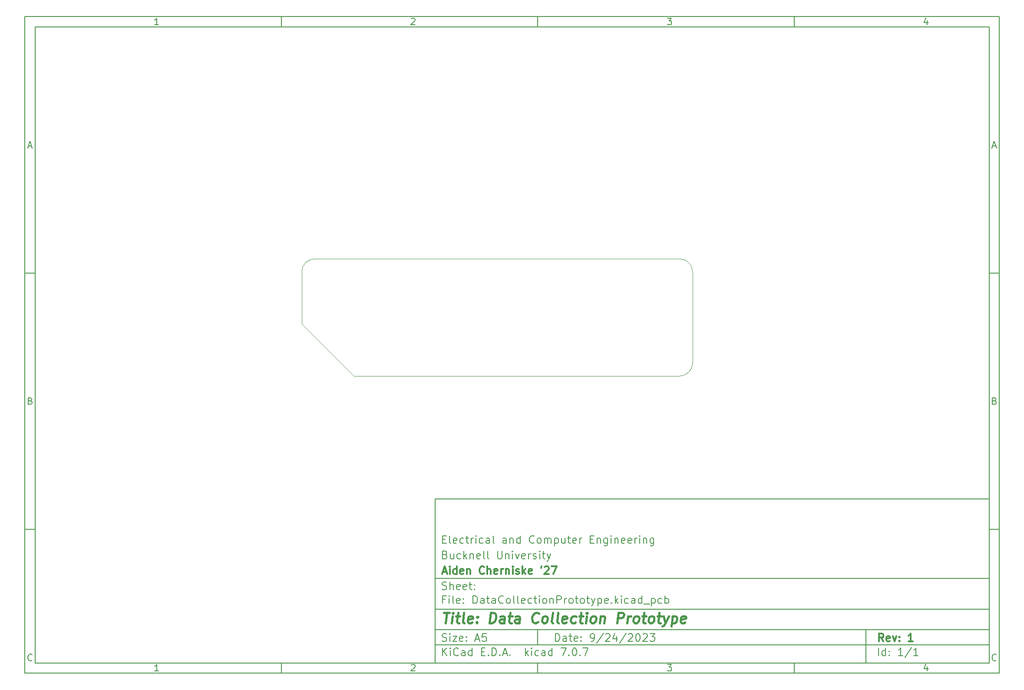
<source format=gbr>
%TF.GenerationSoftware,KiCad,Pcbnew,7.0.7*%
%TF.CreationDate,2023-09-27T12:08:52-04:00*%
%TF.ProjectId,DataCollectionPrototype,44617461-436f-46c6-9c65-6374696f6e50,1*%
%TF.SameCoordinates,Original*%
%TF.FileFunction,Profile,NP*%
%FSLAX46Y46*%
G04 Gerber Fmt 4.6, Leading zero omitted, Abs format (unit mm)*
G04 Created by KiCad (PCBNEW 7.0.7) date 2023-09-27 12:08:52*
%MOMM*%
%LPD*%
G01*
G04 APERTURE LIST*
%ADD10C,0.100000*%
%ADD11C,0.150000*%
%ADD12C,0.300000*%
%ADD13C,0.400000*%
%TA.AperFunction,Profile*%
%ADD14C,0.100000*%
%TD*%
G04 APERTURE END LIST*
D10*
D11*
X90007200Y-104005800D02*
X198007200Y-104005800D01*
X198007200Y-136005800D01*
X90007200Y-136005800D01*
X90007200Y-104005800D01*
D10*
D11*
X10000000Y-10000000D02*
X200007200Y-10000000D01*
X200007200Y-138005800D01*
X10000000Y-138005800D01*
X10000000Y-10000000D01*
D10*
D11*
X12000000Y-12000000D02*
X198007200Y-12000000D01*
X198007200Y-136005800D01*
X12000000Y-136005800D01*
X12000000Y-12000000D01*
D10*
D11*
X60000000Y-12000000D02*
X60000000Y-10000000D01*
D10*
D11*
X110000000Y-12000000D02*
X110000000Y-10000000D01*
D10*
D11*
X160000000Y-12000000D02*
X160000000Y-10000000D01*
D10*
D11*
X36089160Y-11593604D02*
X35346303Y-11593604D01*
X35717731Y-11593604D02*
X35717731Y-10293604D01*
X35717731Y-10293604D02*
X35593922Y-10479319D01*
X35593922Y-10479319D02*
X35470112Y-10603128D01*
X35470112Y-10603128D02*
X35346303Y-10665033D01*
D10*
D11*
X85346303Y-10417414D02*
X85408207Y-10355509D01*
X85408207Y-10355509D02*
X85532017Y-10293604D01*
X85532017Y-10293604D02*
X85841541Y-10293604D01*
X85841541Y-10293604D02*
X85965350Y-10355509D01*
X85965350Y-10355509D02*
X86027255Y-10417414D01*
X86027255Y-10417414D02*
X86089160Y-10541223D01*
X86089160Y-10541223D02*
X86089160Y-10665033D01*
X86089160Y-10665033D02*
X86027255Y-10850747D01*
X86027255Y-10850747D02*
X85284398Y-11593604D01*
X85284398Y-11593604D02*
X86089160Y-11593604D01*
D10*
D11*
X135284398Y-10293604D02*
X136089160Y-10293604D01*
X136089160Y-10293604D02*
X135655826Y-10788842D01*
X135655826Y-10788842D02*
X135841541Y-10788842D01*
X135841541Y-10788842D02*
X135965350Y-10850747D01*
X135965350Y-10850747D02*
X136027255Y-10912652D01*
X136027255Y-10912652D02*
X136089160Y-11036461D01*
X136089160Y-11036461D02*
X136089160Y-11345985D01*
X136089160Y-11345985D02*
X136027255Y-11469795D01*
X136027255Y-11469795D02*
X135965350Y-11531700D01*
X135965350Y-11531700D02*
X135841541Y-11593604D01*
X135841541Y-11593604D02*
X135470112Y-11593604D01*
X135470112Y-11593604D02*
X135346303Y-11531700D01*
X135346303Y-11531700D02*
X135284398Y-11469795D01*
D10*
D11*
X185965350Y-10726938D02*
X185965350Y-11593604D01*
X185655826Y-10231700D02*
X185346303Y-11160271D01*
X185346303Y-11160271D02*
X186151064Y-11160271D01*
D10*
D11*
X60000000Y-136005800D02*
X60000000Y-138005800D01*
D10*
D11*
X110000000Y-136005800D02*
X110000000Y-138005800D01*
D10*
D11*
X160000000Y-136005800D02*
X160000000Y-138005800D01*
D10*
D11*
X36089160Y-137599404D02*
X35346303Y-137599404D01*
X35717731Y-137599404D02*
X35717731Y-136299404D01*
X35717731Y-136299404D02*
X35593922Y-136485119D01*
X35593922Y-136485119D02*
X35470112Y-136608928D01*
X35470112Y-136608928D02*
X35346303Y-136670833D01*
D10*
D11*
X85346303Y-136423214D02*
X85408207Y-136361309D01*
X85408207Y-136361309D02*
X85532017Y-136299404D01*
X85532017Y-136299404D02*
X85841541Y-136299404D01*
X85841541Y-136299404D02*
X85965350Y-136361309D01*
X85965350Y-136361309D02*
X86027255Y-136423214D01*
X86027255Y-136423214D02*
X86089160Y-136547023D01*
X86089160Y-136547023D02*
X86089160Y-136670833D01*
X86089160Y-136670833D02*
X86027255Y-136856547D01*
X86027255Y-136856547D02*
X85284398Y-137599404D01*
X85284398Y-137599404D02*
X86089160Y-137599404D01*
D10*
D11*
X135284398Y-136299404D02*
X136089160Y-136299404D01*
X136089160Y-136299404D02*
X135655826Y-136794642D01*
X135655826Y-136794642D02*
X135841541Y-136794642D01*
X135841541Y-136794642D02*
X135965350Y-136856547D01*
X135965350Y-136856547D02*
X136027255Y-136918452D01*
X136027255Y-136918452D02*
X136089160Y-137042261D01*
X136089160Y-137042261D02*
X136089160Y-137351785D01*
X136089160Y-137351785D02*
X136027255Y-137475595D01*
X136027255Y-137475595D02*
X135965350Y-137537500D01*
X135965350Y-137537500D02*
X135841541Y-137599404D01*
X135841541Y-137599404D02*
X135470112Y-137599404D01*
X135470112Y-137599404D02*
X135346303Y-137537500D01*
X135346303Y-137537500D02*
X135284398Y-137475595D01*
D10*
D11*
X185965350Y-136732738D02*
X185965350Y-137599404D01*
X185655826Y-136237500D02*
X185346303Y-137166071D01*
X185346303Y-137166071D02*
X186151064Y-137166071D01*
D10*
D11*
X10000000Y-60000000D02*
X12000000Y-60000000D01*
D10*
D11*
X10000000Y-110000000D02*
X12000000Y-110000000D01*
D10*
D11*
X10690476Y-35222176D02*
X11309523Y-35222176D01*
X10566666Y-35593604D02*
X10999999Y-34293604D01*
X10999999Y-34293604D02*
X11433333Y-35593604D01*
D10*
D11*
X11092857Y-84912652D02*
X11278571Y-84974557D01*
X11278571Y-84974557D02*
X11340476Y-85036461D01*
X11340476Y-85036461D02*
X11402380Y-85160271D01*
X11402380Y-85160271D02*
X11402380Y-85345985D01*
X11402380Y-85345985D02*
X11340476Y-85469795D01*
X11340476Y-85469795D02*
X11278571Y-85531700D01*
X11278571Y-85531700D02*
X11154761Y-85593604D01*
X11154761Y-85593604D02*
X10659523Y-85593604D01*
X10659523Y-85593604D02*
X10659523Y-84293604D01*
X10659523Y-84293604D02*
X11092857Y-84293604D01*
X11092857Y-84293604D02*
X11216666Y-84355509D01*
X11216666Y-84355509D02*
X11278571Y-84417414D01*
X11278571Y-84417414D02*
X11340476Y-84541223D01*
X11340476Y-84541223D02*
X11340476Y-84665033D01*
X11340476Y-84665033D02*
X11278571Y-84788842D01*
X11278571Y-84788842D02*
X11216666Y-84850747D01*
X11216666Y-84850747D02*
X11092857Y-84912652D01*
X11092857Y-84912652D02*
X10659523Y-84912652D01*
D10*
D11*
X11402380Y-135469795D02*
X11340476Y-135531700D01*
X11340476Y-135531700D02*
X11154761Y-135593604D01*
X11154761Y-135593604D02*
X11030952Y-135593604D01*
X11030952Y-135593604D02*
X10845238Y-135531700D01*
X10845238Y-135531700D02*
X10721428Y-135407890D01*
X10721428Y-135407890D02*
X10659523Y-135284080D01*
X10659523Y-135284080D02*
X10597619Y-135036461D01*
X10597619Y-135036461D02*
X10597619Y-134850747D01*
X10597619Y-134850747D02*
X10659523Y-134603128D01*
X10659523Y-134603128D02*
X10721428Y-134479319D01*
X10721428Y-134479319D02*
X10845238Y-134355509D01*
X10845238Y-134355509D02*
X11030952Y-134293604D01*
X11030952Y-134293604D02*
X11154761Y-134293604D01*
X11154761Y-134293604D02*
X11340476Y-134355509D01*
X11340476Y-134355509D02*
X11402380Y-134417414D01*
D10*
D11*
X200007200Y-60000000D02*
X198007200Y-60000000D01*
D10*
D11*
X200007200Y-110000000D02*
X198007200Y-110000000D01*
D10*
D11*
X198697676Y-35222176D02*
X199316723Y-35222176D01*
X198573866Y-35593604D02*
X199007199Y-34293604D01*
X199007199Y-34293604D02*
X199440533Y-35593604D01*
D10*
D11*
X199100057Y-84912652D02*
X199285771Y-84974557D01*
X199285771Y-84974557D02*
X199347676Y-85036461D01*
X199347676Y-85036461D02*
X199409580Y-85160271D01*
X199409580Y-85160271D02*
X199409580Y-85345985D01*
X199409580Y-85345985D02*
X199347676Y-85469795D01*
X199347676Y-85469795D02*
X199285771Y-85531700D01*
X199285771Y-85531700D02*
X199161961Y-85593604D01*
X199161961Y-85593604D02*
X198666723Y-85593604D01*
X198666723Y-85593604D02*
X198666723Y-84293604D01*
X198666723Y-84293604D02*
X199100057Y-84293604D01*
X199100057Y-84293604D02*
X199223866Y-84355509D01*
X199223866Y-84355509D02*
X199285771Y-84417414D01*
X199285771Y-84417414D02*
X199347676Y-84541223D01*
X199347676Y-84541223D02*
X199347676Y-84665033D01*
X199347676Y-84665033D02*
X199285771Y-84788842D01*
X199285771Y-84788842D02*
X199223866Y-84850747D01*
X199223866Y-84850747D02*
X199100057Y-84912652D01*
X199100057Y-84912652D02*
X198666723Y-84912652D01*
D10*
D11*
X199409580Y-135469795D02*
X199347676Y-135531700D01*
X199347676Y-135531700D02*
X199161961Y-135593604D01*
X199161961Y-135593604D02*
X199038152Y-135593604D01*
X199038152Y-135593604D02*
X198852438Y-135531700D01*
X198852438Y-135531700D02*
X198728628Y-135407890D01*
X198728628Y-135407890D02*
X198666723Y-135284080D01*
X198666723Y-135284080D02*
X198604819Y-135036461D01*
X198604819Y-135036461D02*
X198604819Y-134850747D01*
X198604819Y-134850747D02*
X198666723Y-134603128D01*
X198666723Y-134603128D02*
X198728628Y-134479319D01*
X198728628Y-134479319D02*
X198852438Y-134355509D01*
X198852438Y-134355509D02*
X199038152Y-134293604D01*
X199038152Y-134293604D02*
X199161961Y-134293604D01*
X199161961Y-134293604D02*
X199347676Y-134355509D01*
X199347676Y-134355509D02*
X199409580Y-134417414D01*
D10*
D11*
X113463026Y-131791928D02*
X113463026Y-130291928D01*
X113463026Y-130291928D02*
X113820169Y-130291928D01*
X113820169Y-130291928D02*
X114034455Y-130363357D01*
X114034455Y-130363357D02*
X114177312Y-130506214D01*
X114177312Y-130506214D02*
X114248741Y-130649071D01*
X114248741Y-130649071D02*
X114320169Y-130934785D01*
X114320169Y-130934785D02*
X114320169Y-131149071D01*
X114320169Y-131149071D02*
X114248741Y-131434785D01*
X114248741Y-131434785D02*
X114177312Y-131577642D01*
X114177312Y-131577642D02*
X114034455Y-131720500D01*
X114034455Y-131720500D02*
X113820169Y-131791928D01*
X113820169Y-131791928D02*
X113463026Y-131791928D01*
X115605884Y-131791928D02*
X115605884Y-131006214D01*
X115605884Y-131006214D02*
X115534455Y-130863357D01*
X115534455Y-130863357D02*
X115391598Y-130791928D01*
X115391598Y-130791928D02*
X115105884Y-130791928D01*
X115105884Y-130791928D02*
X114963026Y-130863357D01*
X115605884Y-131720500D02*
X115463026Y-131791928D01*
X115463026Y-131791928D02*
X115105884Y-131791928D01*
X115105884Y-131791928D02*
X114963026Y-131720500D01*
X114963026Y-131720500D02*
X114891598Y-131577642D01*
X114891598Y-131577642D02*
X114891598Y-131434785D01*
X114891598Y-131434785D02*
X114963026Y-131291928D01*
X114963026Y-131291928D02*
X115105884Y-131220500D01*
X115105884Y-131220500D02*
X115463026Y-131220500D01*
X115463026Y-131220500D02*
X115605884Y-131149071D01*
X116105884Y-130791928D02*
X116677312Y-130791928D01*
X116320169Y-130291928D02*
X116320169Y-131577642D01*
X116320169Y-131577642D02*
X116391598Y-131720500D01*
X116391598Y-131720500D02*
X116534455Y-131791928D01*
X116534455Y-131791928D02*
X116677312Y-131791928D01*
X117748741Y-131720500D02*
X117605884Y-131791928D01*
X117605884Y-131791928D02*
X117320170Y-131791928D01*
X117320170Y-131791928D02*
X117177312Y-131720500D01*
X117177312Y-131720500D02*
X117105884Y-131577642D01*
X117105884Y-131577642D02*
X117105884Y-131006214D01*
X117105884Y-131006214D02*
X117177312Y-130863357D01*
X117177312Y-130863357D02*
X117320170Y-130791928D01*
X117320170Y-130791928D02*
X117605884Y-130791928D01*
X117605884Y-130791928D02*
X117748741Y-130863357D01*
X117748741Y-130863357D02*
X117820170Y-131006214D01*
X117820170Y-131006214D02*
X117820170Y-131149071D01*
X117820170Y-131149071D02*
X117105884Y-131291928D01*
X118463026Y-131649071D02*
X118534455Y-131720500D01*
X118534455Y-131720500D02*
X118463026Y-131791928D01*
X118463026Y-131791928D02*
X118391598Y-131720500D01*
X118391598Y-131720500D02*
X118463026Y-131649071D01*
X118463026Y-131649071D02*
X118463026Y-131791928D01*
X118463026Y-130863357D02*
X118534455Y-130934785D01*
X118534455Y-130934785D02*
X118463026Y-131006214D01*
X118463026Y-131006214D02*
X118391598Y-130934785D01*
X118391598Y-130934785D02*
X118463026Y-130863357D01*
X118463026Y-130863357D02*
X118463026Y-131006214D01*
X120391598Y-131791928D02*
X120677312Y-131791928D01*
X120677312Y-131791928D02*
X120820169Y-131720500D01*
X120820169Y-131720500D02*
X120891598Y-131649071D01*
X120891598Y-131649071D02*
X121034455Y-131434785D01*
X121034455Y-131434785D02*
X121105884Y-131149071D01*
X121105884Y-131149071D02*
X121105884Y-130577642D01*
X121105884Y-130577642D02*
X121034455Y-130434785D01*
X121034455Y-130434785D02*
X120963027Y-130363357D01*
X120963027Y-130363357D02*
X120820169Y-130291928D01*
X120820169Y-130291928D02*
X120534455Y-130291928D01*
X120534455Y-130291928D02*
X120391598Y-130363357D01*
X120391598Y-130363357D02*
X120320169Y-130434785D01*
X120320169Y-130434785D02*
X120248741Y-130577642D01*
X120248741Y-130577642D02*
X120248741Y-130934785D01*
X120248741Y-130934785D02*
X120320169Y-131077642D01*
X120320169Y-131077642D02*
X120391598Y-131149071D01*
X120391598Y-131149071D02*
X120534455Y-131220500D01*
X120534455Y-131220500D02*
X120820169Y-131220500D01*
X120820169Y-131220500D02*
X120963027Y-131149071D01*
X120963027Y-131149071D02*
X121034455Y-131077642D01*
X121034455Y-131077642D02*
X121105884Y-130934785D01*
X122820169Y-130220500D02*
X121534455Y-132149071D01*
X123248741Y-130434785D02*
X123320169Y-130363357D01*
X123320169Y-130363357D02*
X123463027Y-130291928D01*
X123463027Y-130291928D02*
X123820169Y-130291928D01*
X123820169Y-130291928D02*
X123963027Y-130363357D01*
X123963027Y-130363357D02*
X124034455Y-130434785D01*
X124034455Y-130434785D02*
X124105884Y-130577642D01*
X124105884Y-130577642D02*
X124105884Y-130720500D01*
X124105884Y-130720500D02*
X124034455Y-130934785D01*
X124034455Y-130934785D02*
X123177312Y-131791928D01*
X123177312Y-131791928D02*
X124105884Y-131791928D01*
X125391598Y-130791928D02*
X125391598Y-131791928D01*
X125034455Y-130220500D02*
X124677312Y-131291928D01*
X124677312Y-131291928D02*
X125605883Y-131291928D01*
X127248740Y-130220500D02*
X125963026Y-132149071D01*
X127677312Y-130434785D02*
X127748740Y-130363357D01*
X127748740Y-130363357D02*
X127891598Y-130291928D01*
X127891598Y-130291928D02*
X128248740Y-130291928D01*
X128248740Y-130291928D02*
X128391598Y-130363357D01*
X128391598Y-130363357D02*
X128463026Y-130434785D01*
X128463026Y-130434785D02*
X128534455Y-130577642D01*
X128534455Y-130577642D02*
X128534455Y-130720500D01*
X128534455Y-130720500D02*
X128463026Y-130934785D01*
X128463026Y-130934785D02*
X127605883Y-131791928D01*
X127605883Y-131791928D02*
X128534455Y-131791928D01*
X129463026Y-130291928D02*
X129605883Y-130291928D01*
X129605883Y-130291928D02*
X129748740Y-130363357D01*
X129748740Y-130363357D02*
X129820169Y-130434785D01*
X129820169Y-130434785D02*
X129891597Y-130577642D01*
X129891597Y-130577642D02*
X129963026Y-130863357D01*
X129963026Y-130863357D02*
X129963026Y-131220500D01*
X129963026Y-131220500D02*
X129891597Y-131506214D01*
X129891597Y-131506214D02*
X129820169Y-131649071D01*
X129820169Y-131649071D02*
X129748740Y-131720500D01*
X129748740Y-131720500D02*
X129605883Y-131791928D01*
X129605883Y-131791928D02*
X129463026Y-131791928D01*
X129463026Y-131791928D02*
X129320169Y-131720500D01*
X129320169Y-131720500D02*
X129248740Y-131649071D01*
X129248740Y-131649071D02*
X129177311Y-131506214D01*
X129177311Y-131506214D02*
X129105883Y-131220500D01*
X129105883Y-131220500D02*
X129105883Y-130863357D01*
X129105883Y-130863357D02*
X129177311Y-130577642D01*
X129177311Y-130577642D02*
X129248740Y-130434785D01*
X129248740Y-130434785D02*
X129320169Y-130363357D01*
X129320169Y-130363357D02*
X129463026Y-130291928D01*
X130534454Y-130434785D02*
X130605882Y-130363357D01*
X130605882Y-130363357D02*
X130748740Y-130291928D01*
X130748740Y-130291928D02*
X131105882Y-130291928D01*
X131105882Y-130291928D02*
X131248740Y-130363357D01*
X131248740Y-130363357D02*
X131320168Y-130434785D01*
X131320168Y-130434785D02*
X131391597Y-130577642D01*
X131391597Y-130577642D02*
X131391597Y-130720500D01*
X131391597Y-130720500D02*
X131320168Y-130934785D01*
X131320168Y-130934785D02*
X130463025Y-131791928D01*
X130463025Y-131791928D02*
X131391597Y-131791928D01*
X131891596Y-130291928D02*
X132820168Y-130291928D01*
X132820168Y-130291928D02*
X132320168Y-130863357D01*
X132320168Y-130863357D02*
X132534453Y-130863357D01*
X132534453Y-130863357D02*
X132677311Y-130934785D01*
X132677311Y-130934785D02*
X132748739Y-131006214D01*
X132748739Y-131006214D02*
X132820168Y-131149071D01*
X132820168Y-131149071D02*
X132820168Y-131506214D01*
X132820168Y-131506214D02*
X132748739Y-131649071D01*
X132748739Y-131649071D02*
X132677311Y-131720500D01*
X132677311Y-131720500D02*
X132534453Y-131791928D01*
X132534453Y-131791928D02*
X132105882Y-131791928D01*
X132105882Y-131791928D02*
X131963025Y-131720500D01*
X131963025Y-131720500D02*
X131891596Y-131649071D01*
D10*
D11*
X90007200Y-132505800D02*
X198007200Y-132505800D01*
D10*
D11*
X91463026Y-134591928D02*
X91463026Y-133091928D01*
X92320169Y-134591928D02*
X91677312Y-133734785D01*
X92320169Y-133091928D02*
X91463026Y-133949071D01*
X92963026Y-134591928D02*
X92963026Y-133591928D01*
X92963026Y-133091928D02*
X92891598Y-133163357D01*
X92891598Y-133163357D02*
X92963026Y-133234785D01*
X92963026Y-133234785D02*
X93034455Y-133163357D01*
X93034455Y-133163357D02*
X92963026Y-133091928D01*
X92963026Y-133091928D02*
X92963026Y-133234785D01*
X94534455Y-134449071D02*
X94463027Y-134520500D01*
X94463027Y-134520500D02*
X94248741Y-134591928D01*
X94248741Y-134591928D02*
X94105884Y-134591928D01*
X94105884Y-134591928D02*
X93891598Y-134520500D01*
X93891598Y-134520500D02*
X93748741Y-134377642D01*
X93748741Y-134377642D02*
X93677312Y-134234785D01*
X93677312Y-134234785D02*
X93605884Y-133949071D01*
X93605884Y-133949071D02*
X93605884Y-133734785D01*
X93605884Y-133734785D02*
X93677312Y-133449071D01*
X93677312Y-133449071D02*
X93748741Y-133306214D01*
X93748741Y-133306214D02*
X93891598Y-133163357D01*
X93891598Y-133163357D02*
X94105884Y-133091928D01*
X94105884Y-133091928D02*
X94248741Y-133091928D01*
X94248741Y-133091928D02*
X94463027Y-133163357D01*
X94463027Y-133163357D02*
X94534455Y-133234785D01*
X95820170Y-134591928D02*
X95820170Y-133806214D01*
X95820170Y-133806214D02*
X95748741Y-133663357D01*
X95748741Y-133663357D02*
X95605884Y-133591928D01*
X95605884Y-133591928D02*
X95320170Y-133591928D01*
X95320170Y-133591928D02*
X95177312Y-133663357D01*
X95820170Y-134520500D02*
X95677312Y-134591928D01*
X95677312Y-134591928D02*
X95320170Y-134591928D01*
X95320170Y-134591928D02*
X95177312Y-134520500D01*
X95177312Y-134520500D02*
X95105884Y-134377642D01*
X95105884Y-134377642D02*
X95105884Y-134234785D01*
X95105884Y-134234785D02*
X95177312Y-134091928D01*
X95177312Y-134091928D02*
X95320170Y-134020500D01*
X95320170Y-134020500D02*
X95677312Y-134020500D01*
X95677312Y-134020500D02*
X95820170Y-133949071D01*
X97177313Y-134591928D02*
X97177313Y-133091928D01*
X97177313Y-134520500D02*
X97034455Y-134591928D01*
X97034455Y-134591928D02*
X96748741Y-134591928D01*
X96748741Y-134591928D02*
X96605884Y-134520500D01*
X96605884Y-134520500D02*
X96534455Y-134449071D01*
X96534455Y-134449071D02*
X96463027Y-134306214D01*
X96463027Y-134306214D02*
X96463027Y-133877642D01*
X96463027Y-133877642D02*
X96534455Y-133734785D01*
X96534455Y-133734785D02*
X96605884Y-133663357D01*
X96605884Y-133663357D02*
X96748741Y-133591928D01*
X96748741Y-133591928D02*
X97034455Y-133591928D01*
X97034455Y-133591928D02*
X97177313Y-133663357D01*
X99034455Y-133806214D02*
X99534455Y-133806214D01*
X99748741Y-134591928D02*
X99034455Y-134591928D01*
X99034455Y-134591928D02*
X99034455Y-133091928D01*
X99034455Y-133091928D02*
X99748741Y-133091928D01*
X100391598Y-134449071D02*
X100463027Y-134520500D01*
X100463027Y-134520500D02*
X100391598Y-134591928D01*
X100391598Y-134591928D02*
X100320170Y-134520500D01*
X100320170Y-134520500D02*
X100391598Y-134449071D01*
X100391598Y-134449071D02*
X100391598Y-134591928D01*
X101105884Y-134591928D02*
X101105884Y-133091928D01*
X101105884Y-133091928D02*
X101463027Y-133091928D01*
X101463027Y-133091928D02*
X101677313Y-133163357D01*
X101677313Y-133163357D02*
X101820170Y-133306214D01*
X101820170Y-133306214D02*
X101891599Y-133449071D01*
X101891599Y-133449071D02*
X101963027Y-133734785D01*
X101963027Y-133734785D02*
X101963027Y-133949071D01*
X101963027Y-133949071D02*
X101891599Y-134234785D01*
X101891599Y-134234785D02*
X101820170Y-134377642D01*
X101820170Y-134377642D02*
X101677313Y-134520500D01*
X101677313Y-134520500D02*
X101463027Y-134591928D01*
X101463027Y-134591928D02*
X101105884Y-134591928D01*
X102605884Y-134449071D02*
X102677313Y-134520500D01*
X102677313Y-134520500D02*
X102605884Y-134591928D01*
X102605884Y-134591928D02*
X102534456Y-134520500D01*
X102534456Y-134520500D02*
X102605884Y-134449071D01*
X102605884Y-134449071D02*
X102605884Y-134591928D01*
X103248742Y-134163357D02*
X103963028Y-134163357D01*
X103105885Y-134591928D02*
X103605885Y-133091928D01*
X103605885Y-133091928D02*
X104105885Y-134591928D01*
X104605884Y-134449071D02*
X104677313Y-134520500D01*
X104677313Y-134520500D02*
X104605884Y-134591928D01*
X104605884Y-134591928D02*
X104534456Y-134520500D01*
X104534456Y-134520500D02*
X104605884Y-134449071D01*
X104605884Y-134449071D02*
X104605884Y-134591928D01*
X107605884Y-134591928D02*
X107605884Y-133091928D01*
X107748742Y-134020500D02*
X108177313Y-134591928D01*
X108177313Y-133591928D02*
X107605884Y-134163357D01*
X108820170Y-134591928D02*
X108820170Y-133591928D01*
X108820170Y-133091928D02*
X108748742Y-133163357D01*
X108748742Y-133163357D02*
X108820170Y-133234785D01*
X108820170Y-133234785D02*
X108891599Y-133163357D01*
X108891599Y-133163357D02*
X108820170Y-133091928D01*
X108820170Y-133091928D02*
X108820170Y-133234785D01*
X110177314Y-134520500D02*
X110034456Y-134591928D01*
X110034456Y-134591928D02*
X109748742Y-134591928D01*
X109748742Y-134591928D02*
X109605885Y-134520500D01*
X109605885Y-134520500D02*
X109534456Y-134449071D01*
X109534456Y-134449071D02*
X109463028Y-134306214D01*
X109463028Y-134306214D02*
X109463028Y-133877642D01*
X109463028Y-133877642D02*
X109534456Y-133734785D01*
X109534456Y-133734785D02*
X109605885Y-133663357D01*
X109605885Y-133663357D02*
X109748742Y-133591928D01*
X109748742Y-133591928D02*
X110034456Y-133591928D01*
X110034456Y-133591928D02*
X110177314Y-133663357D01*
X111463028Y-134591928D02*
X111463028Y-133806214D01*
X111463028Y-133806214D02*
X111391599Y-133663357D01*
X111391599Y-133663357D02*
X111248742Y-133591928D01*
X111248742Y-133591928D02*
X110963028Y-133591928D01*
X110963028Y-133591928D02*
X110820170Y-133663357D01*
X111463028Y-134520500D02*
X111320170Y-134591928D01*
X111320170Y-134591928D02*
X110963028Y-134591928D01*
X110963028Y-134591928D02*
X110820170Y-134520500D01*
X110820170Y-134520500D02*
X110748742Y-134377642D01*
X110748742Y-134377642D02*
X110748742Y-134234785D01*
X110748742Y-134234785D02*
X110820170Y-134091928D01*
X110820170Y-134091928D02*
X110963028Y-134020500D01*
X110963028Y-134020500D02*
X111320170Y-134020500D01*
X111320170Y-134020500D02*
X111463028Y-133949071D01*
X112820171Y-134591928D02*
X112820171Y-133091928D01*
X112820171Y-134520500D02*
X112677313Y-134591928D01*
X112677313Y-134591928D02*
X112391599Y-134591928D01*
X112391599Y-134591928D02*
X112248742Y-134520500D01*
X112248742Y-134520500D02*
X112177313Y-134449071D01*
X112177313Y-134449071D02*
X112105885Y-134306214D01*
X112105885Y-134306214D02*
X112105885Y-133877642D01*
X112105885Y-133877642D02*
X112177313Y-133734785D01*
X112177313Y-133734785D02*
X112248742Y-133663357D01*
X112248742Y-133663357D02*
X112391599Y-133591928D01*
X112391599Y-133591928D02*
X112677313Y-133591928D01*
X112677313Y-133591928D02*
X112820171Y-133663357D01*
X114534456Y-133091928D02*
X115534456Y-133091928D01*
X115534456Y-133091928D02*
X114891599Y-134591928D01*
X116105884Y-134449071D02*
X116177313Y-134520500D01*
X116177313Y-134520500D02*
X116105884Y-134591928D01*
X116105884Y-134591928D02*
X116034456Y-134520500D01*
X116034456Y-134520500D02*
X116105884Y-134449071D01*
X116105884Y-134449071D02*
X116105884Y-134591928D01*
X117105885Y-133091928D02*
X117248742Y-133091928D01*
X117248742Y-133091928D02*
X117391599Y-133163357D01*
X117391599Y-133163357D02*
X117463028Y-133234785D01*
X117463028Y-133234785D02*
X117534456Y-133377642D01*
X117534456Y-133377642D02*
X117605885Y-133663357D01*
X117605885Y-133663357D02*
X117605885Y-134020500D01*
X117605885Y-134020500D02*
X117534456Y-134306214D01*
X117534456Y-134306214D02*
X117463028Y-134449071D01*
X117463028Y-134449071D02*
X117391599Y-134520500D01*
X117391599Y-134520500D02*
X117248742Y-134591928D01*
X117248742Y-134591928D02*
X117105885Y-134591928D01*
X117105885Y-134591928D02*
X116963028Y-134520500D01*
X116963028Y-134520500D02*
X116891599Y-134449071D01*
X116891599Y-134449071D02*
X116820170Y-134306214D01*
X116820170Y-134306214D02*
X116748742Y-134020500D01*
X116748742Y-134020500D02*
X116748742Y-133663357D01*
X116748742Y-133663357D02*
X116820170Y-133377642D01*
X116820170Y-133377642D02*
X116891599Y-133234785D01*
X116891599Y-133234785D02*
X116963028Y-133163357D01*
X116963028Y-133163357D02*
X117105885Y-133091928D01*
X118248741Y-134449071D02*
X118320170Y-134520500D01*
X118320170Y-134520500D02*
X118248741Y-134591928D01*
X118248741Y-134591928D02*
X118177313Y-134520500D01*
X118177313Y-134520500D02*
X118248741Y-134449071D01*
X118248741Y-134449071D02*
X118248741Y-134591928D01*
X118820170Y-133091928D02*
X119820170Y-133091928D01*
X119820170Y-133091928D02*
X119177313Y-134591928D01*
D10*
D11*
X90007200Y-129505800D02*
X198007200Y-129505800D01*
D10*
D12*
X177418853Y-131784128D02*
X176918853Y-131069842D01*
X176561710Y-131784128D02*
X176561710Y-130284128D01*
X176561710Y-130284128D02*
X177133139Y-130284128D01*
X177133139Y-130284128D02*
X177275996Y-130355557D01*
X177275996Y-130355557D02*
X177347425Y-130426985D01*
X177347425Y-130426985D02*
X177418853Y-130569842D01*
X177418853Y-130569842D02*
X177418853Y-130784128D01*
X177418853Y-130784128D02*
X177347425Y-130926985D01*
X177347425Y-130926985D02*
X177275996Y-130998414D01*
X177275996Y-130998414D02*
X177133139Y-131069842D01*
X177133139Y-131069842D02*
X176561710Y-131069842D01*
X178633139Y-131712700D02*
X178490282Y-131784128D01*
X178490282Y-131784128D02*
X178204568Y-131784128D01*
X178204568Y-131784128D02*
X178061710Y-131712700D01*
X178061710Y-131712700D02*
X177990282Y-131569842D01*
X177990282Y-131569842D02*
X177990282Y-130998414D01*
X177990282Y-130998414D02*
X178061710Y-130855557D01*
X178061710Y-130855557D02*
X178204568Y-130784128D01*
X178204568Y-130784128D02*
X178490282Y-130784128D01*
X178490282Y-130784128D02*
X178633139Y-130855557D01*
X178633139Y-130855557D02*
X178704568Y-130998414D01*
X178704568Y-130998414D02*
X178704568Y-131141271D01*
X178704568Y-131141271D02*
X177990282Y-131284128D01*
X179204567Y-130784128D02*
X179561710Y-131784128D01*
X179561710Y-131784128D02*
X179918853Y-130784128D01*
X180490281Y-131641271D02*
X180561710Y-131712700D01*
X180561710Y-131712700D02*
X180490281Y-131784128D01*
X180490281Y-131784128D02*
X180418853Y-131712700D01*
X180418853Y-131712700D02*
X180490281Y-131641271D01*
X180490281Y-131641271D02*
X180490281Y-131784128D01*
X180490281Y-130855557D02*
X180561710Y-130926985D01*
X180561710Y-130926985D02*
X180490281Y-130998414D01*
X180490281Y-130998414D02*
X180418853Y-130926985D01*
X180418853Y-130926985D02*
X180490281Y-130855557D01*
X180490281Y-130855557D02*
X180490281Y-130998414D01*
X183133139Y-131784128D02*
X182275996Y-131784128D01*
X182704567Y-131784128D02*
X182704567Y-130284128D01*
X182704567Y-130284128D02*
X182561710Y-130498414D01*
X182561710Y-130498414D02*
X182418853Y-130641271D01*
X182418853Y-130641271D02*
X182275996Y-130712700D01*
D10*
D11*
X91391598Y-131720500D02*
X91605884Y-131791928D01*
X91605884Y-131791928D02*
X91963026Y-131791928D01*
X91963026Y-131791928D02*
X92105884Y-131720500D01*
X92105884Y-131720500D02*
X92177312Y-131649071D01*
X92177312Y-131649071D02*
X92248741Y-131506214D01*
X92248741Y-131506214D02*
X92248741Y-131363357D01*
X92248741Y-131363357D02*
X92177312Y-131220500D01*
X92177312Y-131220500D02*
X92105884Y-131149071D01*
X92105884Y-131149071D02*
X91963026Y-131077642D01*
X91963026Y-131077642D02*
X91677312Y-131006214D01*
X91677312Y-131006214D02*
X91534455Y-130934785D01*
X91534455Y-130934785D02*
X91463026Y-130863357D01*
X91463026Y-130863357D02*
X91391598Y-130720500D01*
X91391598Y-130720500D02*
X91391598Y-130577642D01*
X91391598Y-130577642D02*
X91463026Y-130434785D01*
X91463026Y-130434785D02*
X91534455Y-130363357D01*
X91534455Y-130363357D02*
X91677312Y-130291928D01*
X91677312Y-130291928D02*
X92034455Y-130291928D01*
X92034455Y-130291928D02*
X92248741Y-130363357D01*
X92891597Y-131791928D02*
X92891597Y-130791928D01*
X92891597Y-130291928D02*
X92820169Y-130363357D01*
X92820169Y-130363357D02*
X92891597Y-130434785D01*
X92891597Y-130434785D02*
X92963026Y-130363357D01*
X92963026Y-130363357D02*
X92891597Y-130291928D01*
X92891597Y-130291928D02*
X92891597Y-130434785D01*
X93463026Y-130791928D02*
X94248741Y-130791928D01*
X94248741Y-130791928D02*
X93463026Y-131791928D01*
X93463026Y-131791928D02*
X94248741Y-131791928D01*
X95391598Y-131720500D02*
X95248741Y-131791928D01*
X95248741Y-131791928D02*
X94963027Y-131791928D01*
X94963027Y-131791928D02*
X94820169Y-131720500D01*
X94820169Y-131720500D02*
X94748741Y-131577642D01*
X94748741Y-131577642D02*
X94748741Y-131006214D01*
X94748741Y-131006214D02*
X94820169Y-130863357D01*
X94820169Y-130863357D02*
X94963027Y-130791928D01*
X94963027Y-130791928D02*
X95248741Y-130791928D01*
X95248741Y-130791928D02*
X95391598Y-130863357D01*
X95391598Y-130863357D02*
X95463027Y-131006214D01*
X95463027Y-131006214D02*
X95463027Y-131149071D01*
X95463027Y-131149071D02*
X94748741Y-131291928D01*
X96105883Y-131649071D02*
X96177312Y-131720500D01*
X96177312Y-131720500D02*
X96105883Y-131791928D01*
X96105883Y-131791928D02*
X96034455Y-131720500D01*
X96034455Y-131720500D02*
X96105883Y-131649071D01*
X96105883Y-131649071D02*
X96105883Y-131791928D01*
X96105883Y-130863357D02*
X96177312Y-130934785D01*
X96177312Y-130934785D02*
X96105883Y-131006214D01*
X96105883Y-131006214D02*
X96034455Y-130934785D01*
X96034455Y-130934785D02*
X96105883Y-130863357D01*
X96105883Y-130863357D02*
X96105883Y-131006214D01*
X97891598Y-131363357D02*
X98605884Y-131363357D01*
X97748741Y-131791928D02*
X98248741Y-130291928D01*
X98248741Y-130291928D02*
X98748741Y-131791928D01*
X99963026Y-130291928D02*
X99248740Y-130291928D01*
X99248740Y-130291928D02*
X99177312Y-131006214D01*
X99177312Y-131006214D02*
X99248740Y-130934785D01*
X99248740Y-130934785D02*
X99391598Y-130863357D01*
X99391598Y-130863357D02*
X99748740Y-130863357D01*
X99748740Y-130863357D02*
X99891598Y-130934785D01*
X99891598Y-130934785D02*
X99963026Y-131006214D01*
X99963026Y-131006214D02*
X100034455Y-131149071D01*
X100034455Y-131149071D02*
X100034455Y-131506214D01*
X100034455Y-131506214D02*
X99963026Y-131649071D01*
X99963026Y-131649071D02*
X99891598Y-131720500D01*
X99891598Y-131720500D02*
X99748740Y-131791928D01*
X99748740Y-131791928D02*
X99391598Y-131791928D01*
X99391598Y-131791928D02*
X99248740Y-131720500D01*
X99248740Y-131720500D02*
X99177312Y-131649071D01*
D10*
D11*
X176463026Y-134591928D02*
X176463026Y-133091928D01*
X177820170Y-134591928D02*
X177820170Y-133091928D01*
X177820170Y-134520500D02*
X177677312Y-134591928D01*
X177677312Y-134591928D02*
X177391598Y-134591928D01*
X177391598Y-134591928D02*
X177248741Y-134520500D01*
X177248741Y-134520500D02*
X177177312Y-134449071D01*
X177177312Y-134449071D02*
X177105884Y-134306214D01*
X177105884Y-134306214D02*
X177105884Y-133877642D01*
X177105884Y-133877642D02*
X177177312Y-133734785D01*
X177177312Y-133734785D02*
X177248741Y-133663357D01*
X177248741Y-133663357D02*
X177391598Y-133591928D01*
X177391598Y-133591928D02*
X177677312Y-133591928D01*
X177677312Y-133591928D02*
X177820170Y-133663357D01*
X178534455Y-134449071D02*
X178605884Y-134520500D01*
X178605884Y-134520500D02*
X178534455Y-134591928D01*
X178534455Y-134591928D02*
X178463027Y-134520500D01*
X178463027Y-134520500D02*
X178534455Y-134449071D01*
X178534455Y-134449071D02*
X178534455Y-134591928D01*
X178534455Y-133663357D02*
X178605884Y-133734785D01*
X178605884Y-133734785D02*
X178534455Y-133806214D01*
X178534455Y-133806214D02*
X178463027Y-133734785D01*
X178463027Y-133734785D02*
X178534455Y-133663357D01*
X178534455Y-133663357D02*
X178534455Y-133806214D01*
X181177313Y-134591928D02*
X180320170Y-134591928D01*
X180748741Y-134591928D02*
X180748741Y-133091928D01*
X180748741Y-133091928D02*
X180605884Y-133306214D01*
X180605884Y-133306214D02*
X180463027Y-133449071D01*
X180463027Y-133449071D02*
X180320170Y-133520500D01*
X182891598Y-133020500D02*
X181605884Y-134949071D01*
X184177313Y-134591928D02*
X183320170Y-134591928D01*
X183748741Y-134591928D02*
X183748741Y-133091928D01*
X183748741Y-133091928D02*
X183605884Y-133306214D01*
X183605884Y-133306214D02*
X183463027Y-133449071D01*
X183463027Y-133449071D02*
X183320170Y-133520500D01*
D10*
D11*
X90007200Y-125505800D02*
X198007200Y-125505800D01*
D10*
D13*
X91698928Y-126210238D02*
X92841785Y-126210238D01*
X92020357Y-128210238D02*
X92270357Y-126210238D01*
X93258452Y-128210238D02*
X93425119Y-126876904D01*
X93508452Y-126210238D02*
X93401309Y-126305476D01*
X93401309Y-126305476D02*
X93484643Y-126400714D01*
X93484643Y-126400714D02*
X93591786Y-126305476D01*
X93591786Y-126305476D02*
X93508452Y-126210238D01*
X93508452Y-126210238D02*
X93484643Y-126400714D01*
X94091786Y-126876904D02*
X94853690Y-126876904D01*
X94460833Y-126210238D02*
X94246548Y-127924523D01*
X94246548Y-127924523D02*
X94317976Y-128115000D01*
X94317976Y-128115000D02*
X94496548Y-128210238D01*
X94496548Y-128210238D02*
X94687024Y-128210238D01*
X95639405Y-128210238D02*
X95460833Y-128115000D01*
X95460833Y-128115000D02*
X95389405Y-127924523D01*
X95389405Y-127924523D02*
X95603690Y-126210238D01*
X97175119Y-128115000D02*
X96972738Y-128210238D01*
X96972738Y-128210238D02*
X96591785Y-128210238D01*
X96591785Y-128210238D02*
X96413214Y-128115000D01*
X96413214Y-128115000D02*
X96341785Y-127924523D01*
X96341785Y-127924523D02*
X96437024Y-127162619D01*
X96437024Y-127162619D02*
X96556071Y-126972142D01*
X96556071Y-126972142D02*
X96758452Y-126876904D01*
X96758452Y-126876904D02*
X97139404Y-126876904D01*
X97139404Y-126876904D02*
X97317976Y-126972142D01*
X97317976Y-126972142D02*
X97389404Y-127162619D01*
X97389404Y-127162619D02*
X97365595Y-127353095D01*
X97365595Y-127353095D02*
X96389404Y-127543571D01*
X98139405Y-128019761D02*
X98222738Y-128115000D01*
X98222738Y-128115000D02*
X98115595Y-128210238D01*
X98115595Y-128210238D02*
X98032262Y-128115000D01*
X98032262Y-128115000D02*
X98139405Y-128019761D01*
X98139405Y-128019761D02*
X98115595Y-128210238D01*
X98270357Y-126972142D02*
X98353690Y-127067380D01*
X98353690Y-127067380D02*
X98246548Y-127162619D01*
X98246548Y-127162619D02*
X98163214Y-127067380D01*
X98163214Y-127067380D02*
X98270357Y-126972142D01*
X98270357Y-126972142D02*
X98246548Y-127162619D01*
X100591786Y-128210238D02*
X100841786Y-126210238D01*
X100841786Y-126210238D02*
X101317977Y-126210238D01*
X101317977Y-126210238D02*
X101591786Y-126305476D01*
X101591786Y-126305476D02*
X101758453Y-126495952D01*
X101758453Y-126495952D02*
X101829881Y-126686428D01*
X101829881Y-126686428D02*
X101877501Y-127067380D01*
X101877501Y-127067380D02*
X101841786Y-127353095D01*
X101841786Y-127353095D02*
X101698929Y-127734047D01*
X101698929Y-127734047D02*
X101579881Y-127924523D01*
X101579881Y-127924523D02*
X101365596Y-128115000D01*
X101365596Y-128115000D02*
X101067977Y-128210238D01*
X101067977Y-128210238D02*
X100591786Y-128210238D01*
X103448929Y-128210238D02*
X103579881Y-127162619D01*
X103579881Y-127162619D02*
X103508453Y-126972142D01*
X103508453Y-126972142D02*
X103329881Y-126876904D01*
X103329881Y-126876904D02*
X102948929Y-126876904D01*
X102948929Y-126876904D02*
X102746548Y-126972142D01*
X103460834Y-128115000D02*
X103258453Y-128210238D01*
X103258453Y-128210238D02*
X102782262Y-128210238D01*
X102782262Y-128210238D02*
X102603691Y-128115000D01*
X102603691Y-128115000D02*
X102532262Y-127924523D01*
X102532262Y-127924523D02*
X102556072Y-127734047D01*
X102556072Y-127734047D02*
X102675120Y-127543571D01*
X102675120Y-127543571D02*
X102877501Y-127448333D01*
X102877501Y-127448333D02*
X103353691Y-127448333D01*
X103353691Y-127448333D02*
X103556072Y-127353095D01*
X104282263Y-126876904D02*
X105044167Y-126876904D01*
X104651310Y-126210238D02*
X104437025Y-127924523D01*
X104437025Y-127924523D02*
X104508453Y-128115000D01*
X104508453Y-128115000D02*
X104687025Y-128210238D01*
X104687025Y-128210238D02*
X104877501Y-128210238D01*
X106401310Y-128210238D02*
X106532262Y-127162619D01*
X106532262Y-127162619D02*
X106460834Y-126972142D01*
X106460834Y-126972142D02*
X106282262Y-126876904D01*
X106282262Y-126876904D02*
X105901310Y-126876904D01*
X105901310Y-126876904D02*
X105698929Y-126972142D01*
X106413215Y-128115000D02*
X106210834Y-128210238D01*
X106210834Y-128210238D02*
X105734643Y-128210238D01*
X105734643Y-128210238D02*
X105556072Y-128115000D01*
X105556072Y-128115000D02*
X105484643Y-127924523D01*
X105484643Y-127924523D02*
X105508453Y-127734047D01*
X105508453Y-127734047D02*
X105627501Y-127543571D01*
X105627501Y-127543571D02*
X105829882Y-127448333D01*
X105829882Y-127448333D02*
X106306072Y-127448333D01*
X106306072Y-127448333D02*
X106508453Y-127353095D01*
X110044168Y-128019761D02*
X109937025Y-128115000D01*
X109937025Y-128115000D02*
X109639406Y-128210238D01*
X109639406Y-128210238D02*
X109448930Y-128210238D01*
X109448930Y-128210238D02*
X109175120Y-128115000D01*
X109175120Y-128115000D02*
X109008454Y-127924523D01*
X109008454Y-127924523D02*
X108937025Y-127734047D01*
X108937025Y-127734047D02*
X108889406Y-127353095D01*
X108889406Y-127353095D02*
X108925120Y-127067380D01*
X108925120Y-127067380D02*
X109067977Y-126686428D01*
X109067977Y-126686428D02*
X109187025Y-126495952D01*
X109187025Y-126495952D02*
X109401311Y-126305476D01*
X109401311Y-126305476D02*
X109698930Y-126210238D01*
X109698930Y-126210238D02*
X109889406Y-126210238D01*
X109889406Y-126210238D02*
X110163216Y-126305476D01*
X110163216Y-126305476D02*
X110246549Y-126400714D01*
X111163216Y-128210238D02*
X110984644Y-128115000D01*
X110984644Y-128115000D02*
X110901311Y-128019761D01*
X110901311Y-128019761D02*
X110829882Y-127829285D01*
X110829882Y-127829285D02*
X110901311Y-127257857D01*
X110901311Y-127257857D02*
X111020358Y-127067380D01*
X111020358Y-127067380D02*
X111127501Y-126972142D01*
X111127501Y-126972142D02*
X111329882Y-126876904D01*
X111329882Y-126876904D02*
X111615596Y-126876904D01*
X111615596Y-126876904D02*
X111794168Y-126972142D01*
X111794168Y-126972142D02*
X111877501Y-127067380D01*
X111877501Y-127067380D02*
X111948930Y-127257857D01*
X111948930Y-127257857D02*
X111877501Y-127829285D01*
X111877501Y-127829285D02*
X111758454Y-128019761D01*
X111758454Y-128019761D02*
X111651311Y-128115000D01*
X111651311Y-128115000D02*
X111448930Y-128210238D01*
X111448930Y-128210238D02*
X111163216Y-128210238D01*
X112972740Y-128210238D02*
X112794168Y-128115000D01*
X112794168Y-128115000D02*
X112722740Y-127924523D01*
X112722740Y-127924523D02*
X112937025Y-126210238D01*
X114020359Y-128210238D02*
X113841787Y-128115000D01*
X113841787Y-128115000D02*
X113770359Y-127924523D01*
X113770359Y-127924523D02*
X113984644Y-126210238D01*
X115556073Y-128115000D02*
X115353692Y-128210238D01*
X115353692Y-128210238D02*
X114972739Y-128210238D01*
X114972739Y-128210238D02*
X114794168Y-128115000D01*
X114794168Y-128115000D02*
X114722739Y-127924523D01*
X114722739Y-127924523D02*
X114817978Y-127162619D01*
X114817978Y-127162619D02*
X114937025Y-126972142D01*
X114937025Y-126972142D02*
X115139406Y-126876904D01*
X115139406Y-126876904D02*
X115520358Y-126876904D01*
X115520358Y-126876904D02*
X115698930Y-126972142D01*
X115698930Y-126972142D02*
X115770358Y-127162619D01*
X115770358Y-127162619D02*
X115746549Y-127353095D01*
X115746549Y-127353095D02*
X114770358Y-127543571D01*
X117365597Y-128115000D02*
X117163216Y-128210238D01*
X117163216Y-128210238D02*
X116782264Y-128210238D01*
X116782264Y-128210238D02*
X116603692Y-128115000D01*
X116603692Y-128115000D02*
X116520359Y-128019761D01*
X116520359Y-128019761D02*
X116448930Y-127829285D01*
X116448930Y-127829285D02*
X116520359Y-127257857D01*
X116520359Y-127257857D02*
X116639406Y-127067380D01*
X116639406Y-127067380D02*
X116746549Y-126972142D01*
X116746549Y-126972142D02*
X116948930Y-126876904D01*
X116948930Y-126876904D02*
X117329883Y-126876904D01*
X117329883Y-126876904D02*
X117508454Y-126972142D01*
X118091788Y-126876904D02*
X118853692Y-126876904D01*
X118460835Y-126210238D02*
X118246550Y-127924523D01*
X118246550Y-127924523D02*
X118317978Y-128115000D01*
X118317978Y-128115000D02*
X118496550Y-128210238D01*
X118496550Y-128210238D02*
X118687026Y-128210238D01*
X119353692Y-128210238D02*
X119520359Y-126876904D01*
X119603692Y-126210238D02*
X119496549Y-126305476D01*
X119496549Y-126305476D02*
X119579883Y-126400714D01*
X119579883Y-126400714D02*
X119687026Y-126305476D01*
X119687026Y-126305476D02*
X119603692Y-126210238D01*
X119603692Y-126210238D02*
X119579883Y-126400714D01*
X120591788Y-128210238D02*
X120413216Y-128115000D01*
X120413216Y-128115000D02*
X120329883Y-128019761D01*
X120329883Y-128019761D02*
X120258454Y-127829285D01*
X120258454Y-127829285D02*
X120329883Y-127257857D01*
X120329883Y-127257857D02*
X120448930Y-127067380D01*
X120448930Y-127067380D02*
X120556073Y-126972142D01*
X120556073Y-126972142D02*
X120758454Y-126876904D01*
X120758454Y-126876904D02*
X121044168Y-126876904D01*
X121044168Y-126876904D02*
X121222740Y-126972142D01*
X121222740Y-126972142D02*
X121306073Y-127067380D01*
X121306073Y-127067380D02*
X121377502Y-127257857D01*
X121377502Y-127257857D02*
X121306073Y-127829285D01*
X121306073Y-127829285D02*
X121187026Y-128019761D01*
X121187026Y-128019761D02*
X121079883Y-128115000D01*
X121079883Y-128115000D02*
X120877502Y-128210238D01*
X120877502Y-128210238D02*
X120591788Y-128210238D01*
X122282264Y-126876904D02*
X122115597Y-128210238D01*
X122258454Y-127067380D02*
X122365597Y-126972142D01*
X122365597Y-126972142D02*
X122567978Y-126876904D01*
X122567978Y-126876904D02*
X122853692Y-126876904D01*
X122853692Y-126876904D02*
X123032264Y-126972142D01*
X123032264Y-126972142D02*
X123103692Y-127162619D01*
X123103692Y-127162619D02*
X122972740Y-128210238D01*
X125448931Y-128210238D02*
X125698931Y-126210238D01*
X125698931Y-126210238D02*
X126460836Y-126210238D01*
X126460836Y-126210238D02*
X126639407Y-126305476D01*
X126639407Y-126305476D02*
X126722741Y-126400714D01*
X126722741Y-126400714D02*
X126794169Y-126591190D01*
X126794169Y-126591190D02*
X126758455Y-126876904D01*
X126758455Y-126876904D02*
X126639407Y-127067380D01*
X126639407Y-127067380D02*
X126532265Y-127162619D01*
X126532265Y-127162619D02*
X126329884Y-127257857D01*
X126329884Y-127257857D02*
X125567979Y-127257857D01*
X127448931Y-128210238D02*
X127615598Y-126876904D01*
X127567979Y-127257857D02*
X127687026Y-127067380D01*
X127687026Y-127067380D02*
X127794169Y-126972142D01*
X127794169Y-126972142D02*
X127996550Y-126876904D01*
X127996550Y-126876904D02*
X128187026Y-126876904D01*
X128972741Y-128210238D02*
X128794169Y-128115000D01*
X128794169Y-128115000D02*
X128710836Y-128019761D01*
X128710836Y-128019761D02*
X128639407Y-127829285D01*
X128639407Y-127829285D02*
X128710836Y-127257857D01*
X128710836Y-127257857D02*
X128829883Y-127067380D01*
X128829883Y-127067380D02*
X128937026Y-126972142D01*
X128937026Y-126972142D02*
X129139407Y-126876904D01*
X129139407Y-126876904D02*
X129425121Y-126876904D01*
X129425121Y-126876904D02*
X129603693Y-126972142D01*
X129603693Y-126972142D02*
X129687026Y-127067380D01*
X129687026Y-127067380D02*
X129758455Y-127257857D01*
X129758455Y-127257857D02*
X129687026Y-127829285D01*
X129687026Y-127829285D02*
X129567979Y-128019761D01*
X129567979Y-128019761D02*
X129460836Y-128115000D01*
X129460836Y-128115000D02*
X129258455Y-128210238D01*
X129258455Y-128210238D02*
X128972741Y-128210238D01*
X130377503Y-126876904D02*
X131139407Y-126876904D01*
X130746550Y-126210238D02*
X130532265Y-127924523D01*
X130532265Y-127924523D02*
X130603693Y-128115000D01*
X130603693Y-128115000D02*
X130782265Y-128210238D01*
X130782265Y-128210238D02*
X130972741Y-128210238D01*
X131925122Y-128210238D02*
X131746550Y-128115000D01*
X131746550Y-128115000D02*
X131663217Y-128019761D01*
X131663217Y-128019761D02*
X131591788Y-127829285D01*
X131591788Y-127829285D02*
X131663217Y-127257857D01*
X131663217Y-127257857D02*
X131782264Y-127067380D01*
X131782264Y-127067380D02*
X131889407Y-126972142D01*
X131889407Y-126972142D02*
X132091788Y-126876904D01*
X132091788Y-126876904D02*
X132377502Y-126876904D01*
X132377502Y-126876904D02*
X132556074Y-126972142D01*
X132556074Y-126972142D02*
X132639407Y-127067380D01*
X132639407Y-127067380D02*
X132710836Y-127257857D01*
X132710836Y-127257857D02*
X132639407Y-127829285D01*
X132639407Y-127829285D02*
X132520360Y-128019761D01*
X132520360Y-128019761D02*
X132413217Y-128115000D01*
X132413217Y-128115000D02*
X132210836Y-128210238D01*
X132210836Y-128210238D02*
X131925122Y-128210238D01*
X133329884Y-126876904D02*
X134091788Y-126876904D01*
X133698931Y-126210238D02*
X133484646Y-127924523D01*
X133484646Y-127924523D02*
X133556074Y-128115000D01*
X133556074Y-128115000D02*
X133734646Y-128210238D01*
X133734646Y-128210238D02*
X133925122Y-128210238D01*
X134567979Y-126876904D02*
X134877503Y-128210238D01*
X135520360Y-126876904D02*
X134877503Y-128210238D01*
X134877503Y-128210238D02*
X134627503Y-128686428D01*
X134627503Y-128686428D02*
X134520360Y-128781666D01*
X134520360Y-128781666D02*
X134317979Y-128876904D01*
X136282265Y-126876904D02*
X136032265Y-128876904D01*
X136270360Y-126972142D02*
X136472741Y-126876904D01*
X136472741Y-126876904D02*
X136853693Y-126876904D01*
X136853693Y-126876904D02*
X137032265Y-126972142D01*
X137032265Y-126972142D02*
X137115598Y-127067380D01*
X137115598Y-127067380D02*
X137187027Y-127257857D01*
X137187027Y-127257857D02*
X137115598Y-127829285D01*
X137115598Y-127829285D02*
X136996551Y-128019761D01*
X136996551Y-128019761D02*
X136889408Y-128115000D01*
X136889408Y-128115000D02*
X136687027Y-128210238D01*
X136687027Y-128210238D02*
X136306074Y-128210238D01*
X136306074Y-128210238D02*
X136127503Y-128115000D01*
X138698932Y-128115000D02*
X138496551Y-128210238D01*
X138496551Y-128210238D02*
X138115598Y-128210238D01*
X138115598Y-128210238D02*
X137937027Y-128115000D01*
X137937027Y-128115000D02*
X137865598Y-127924523D01*
X137865598Y-127924523D02*
X137960837Y-127162619D01*
X137960837Y-127162619D02*
X138079884Y-126972142D01*
X138079884Y-126972142D02*
X138282265Y-126876904D01*
X138282265Y-126876904D02*
X138663217Y-126876904D01*
X138663217Y-126876904D02*
X138841789Y-126972142D01*
X138841789Y-126972142D02*
X138913217Y-127162619D01*
X138913217Y-127162619D02*
X138889408Y-127353095D01*
X138889408Y-127353095D02*
X137913217Y-127543571D01*
D10*
D11*
X91963026Y-123606214D02*
X91463026Y-123606214D01*
X91463026Y-124391928D02*
X91463026Y-122891928D01*
X91463026Y-122891928D02*
X92177312Y-122891928D01*
X92748740Y-124391928D02*
X92748740Y-123391928D01*
X92748740Y-122891928D02*
X92677312Y-122963357D01*
X92677312Y-122963357D02*
X92748740Y-123034785D01*
X92748740Y-123034785D02*
X92820169Y-122963357D01*
X92820169Y-122963357D02*
X92748740Y-122891928D01*
X92748740Y-122891928D02*
X92748740Y-123034785D01*
X93677312Y-124391928D02*
X93534455Y-124320500D01*
X93534455Y-124320500D02*
X93463026Y-124177642D01*
X93463026Y-124177642D02*
X93463026Y-122891928D01*
X94820169Y-124320500D02*
X94677312Y-124391928D01*
X94677312Y-124391928D02*
X94391598Y-124391928D01*
X94391598Y-124391928D02*
X94248740Y-124320500D01*
X94248740Y-124320500D02*
X94177312Y-124177642D01*
X94177312Y-124177642D02*
X94177312Y-123606214D01*
X94177312Y-123606214D02*
X94248740Y-123463357D01*
X94248740Y-123463357D02*
X94391598Y-123391928D01*
X94391598Y-123391928D02*
X94677312Y-123391928D01*
X94677312Y-123391928D02*
X94820169Y-123463357D01*
X94820169Y-123463357D02*
X94891598Y-123606214D01*
X94891598Y-123606214D02*
X94891598Y-123749071D01*
X94891598Y-123749071D02*
X94177312Y-123891928D01*
X95534454Y-124249071D02*
X95605883Y-124320500D01*
X95605883Y-124320500D02*
X95534454Y-124391928D01*
X95534454Y-124391928D02*
X95463026Y-124320500D01*
X95463026Y-124320500D02*
X95534454Y-124249071D01*
X95534454Y-124249071D02*
X95534454Y-124391928D01*
X95534454Y-123463357D02*
X95605883Y-123534785D01*
X95605883Y-123534785D02*
X95534454Y-123606214D01*
X95534454Y-123606214D02*
X95463026Y-123534785D01*
X95463026Y-123534785D02*
X95534454Y-123463357D01*
X95534454Y-123463357D02*
X95534454Y-123606214D01*
X97391597Y-124391928D02*
X97391597Y-122891928D01*
X97391597Y-122891928D02*
X97748740Y-122891928D01*
X97748740Y-122891928D02*
X97963026Y-122963357D01*
X97963026Y-122963357D02*
X98105883Y-123106214D01*
X98105883Y-123106214D02*
X98177312Y-123249071D01*
X98177312Y-123249071D02*
X98248740Y-123534785D01*
X98248740Y-123534785D02*
X98248740Y-123749071D01*
X98248740Y-123749071D02*
X98177312Y-124034785D01*
X98177312Y-124034785D02*
X98105883Y-124177642D01*
X98105883Y-124177642D02*
X97963026Y-124320500D01*
X97963026Y-124320500D02*
X97748740Y-124391928D01*
X97748740Y-124391928D02*
X97391597Y-124391928D01*
X99534455Y-124391928D02*
X99534455Y-123606214D01*
X99534455Y-123606214D02*
X99463026Y-123463357D01*
X99463026Y-123463357D02*
X99320169Y-123391928D01*
X99320169Y-123391928D02*
X99034455Y-123391928D01*
X99034455Y-123391928D02*
X98891597Y-123463357D01*
X99534455Y-124320500D02*
X99391597Y-124391928D01*
X99391597Y-124391928D02*
X99034455Y-124391928D01*
X99034455Y-124391928D02*
X98891597Y-124320500D01*
X98891597Y-124320500D02*
X98820169Y-124177642D01*
X98820169Y-124177642D02*
X98820169Y-124034785D01*
X98820169Y-124034785D02*
X98891597Y-123891928D01*
X98891597Y-123891928D02*
X99034455Y-123820500D01*
X99034455Y-123820500D02*
X99391597Y-123820500D01*
X99391597Y-123820500D02*
X99534455Y-123749071D01*
X100034455Y-123391928D02*
X100605883Y-123391928D01*
X100248740Y-122891928D02*
X100248740Y-124177642D01*
X100248740Y-124177642D02*
X100320169Y-124320500D01*
X100320169Y-124320500D02*
X100463026Y-124391928D01*
X100463026Y-124391928D02*
X100605883Y-124391928D01*
X101748741Y-124391928D02*
X101748741Y-123606214D01*
X101748741Y-123606214D02*
X101677312Y-123463357D01*
X101677312Y-123463357D02*
X101534455Y-123391928D01*
X101534455Y-123391928D02*
X101248741Y-123391928D01*
X101248741Y-123391928D02*
X101105883Y-123463357D01*
X101748741Y-124320500D02*
X101605883Y-124391928D01*
X101605883Y-124391928D02*
X101248741Y-124391928D01*
X101248741Y-124391928D02*
X101105883Y-124320500D01*
X101105883Y-124320500D02*
X101034455Y-124177642D01*
X101034455Y-124177642D02*
X101034455Y-124034785D01*
X101034455Y-124034785D02*
X101105883Y-123891928D01*
X101105883Y-123891928D02*
X101248741Y-123820500D01*
X101248741Y-123820500D02*
X101605883Y-123820500D01*
X101605883Y-123820500D02*
X101748741Y-123749071D01*
X103320169Y-124249071D02*
X103248741Y-124320500D01*
X103248741Y-124320500D02*
X103034455Y-124391928D01*
X103034455Y-124391928D02*
X102891598Y-124391928D01*
X102891598Y-124391928D02*
X102677312Y-124320500D01*
X102677312Y-124320500D02*
X102534455Y-124177642D01*
X102534455Y-124177642D02*
X102463026Y-124034785D01*
X102463026Y-124034785D02*
X102391598Y-123749071D01*
X102391598Y-123749071D02*
X102391598Y-123534785D01*
X102391598Y-123534785D02*
X102463026Y-123249071D01*
X102463026Y-123249071D02*
X102534455Y-123106214D01*
X102534455Y-123106214D02*
X102677312Y-122963357D01*
X102677312Y-122963357D02*
X102891598Y-122891928D01*
X102891598Y-122891928D02*
X103034455Y-122891928D01*
X103034455Y-122891928D02*
X103248741Y-122963357D01*
X103248741Y-122963357D02*
X103320169Y-123034785D01*
X104177312Y-124391928D02*
X104034455Y-124320500D01*
X104034455Y-124320500D02*
X103963026Y-124249071D01*
X103963026Y-124249071D02*
X103891598Y-124106214D01*
X103891598Y-124106214D02*
X103891598Y-123677642D01*
X103891598Y-123677642D02*
X103963026Y-123534785D01*
X103963026Y-123534785D02*
X104034455Y-123463357D01*
X104034455Y-123463357D02*
X104177312Y-123391928D01*
X104177312Y-123391928D02*
X104391598Y-123391928D01*
X104391598Y-123391928D02*
X104534455Y-123463357D01*
X104534455Y-123463357D02*
X104605884Y-123534785D01*
X104605884Y-123534785D02*
X104677312Y-123677642D01*
X104677312Y-123677642D02*
X104677312Y-124106214D01*
X104677312Y-124106214D02*
X104605884Y-124249071D01*
X104605884Y-124249071D02*
X104534455Y-124320500D01*
X104534455Y-124320500D02*
X104391598Y-124391928D01*
X104391598Y-124391928D02*
X104177312Y-124391928D01*
X105534455Y-124391928D02*
X105391598Y-124320500D01*
X105391598Y-124320500D02*
X105320169Y-124177642D01*
X105320169Y-124177642D02*
X105320169Y-122891928D01*
X106320169Y-124391928D02*
X106177312Y-124320500D01*
X106177312Y-124320500D02*
X106105883Y-124177642D01*
X106105883Y-124177642D02*
X106105883Y-122891928D01*
X107463026Y-124320500D02*
X107320169Y-124391928D01*
X107320169Y-124391928D02*
X107034455Y-124391928D01*
X107034455Y-124391928D02*
X106891597Y-124320500D01*
X106891597Y-124320500D02*
X106820169Y-124177642D01*
X106820169Y-124177642D02*
X106820169Y-123606214D01*
X106820169Y-123606214D02*
X106891597Y-123463357D01*
X106891597Y-123463357D02*
X107034455Y-123391928D01*
X107034455Y-123391928D02*
X107320169Y-123391928D01*
X107320169Y-123391928D02*
X107463026Y-123463357D01*
X107463026Y-123463357D02*
X107534455Y-123606214D01*
X107534455Y-123606214D02*
X107534455Y-123749071D01*
X107534455Y-123749071D02*
X106820169Y-123891928D01*
X108820169Y-124320500D02*
X108677311Y-124391928D01*
X108677311Y-124391928D02*
X108391597Y-124391928D01*
X108391597Y-124391928D02*
X108248740Y-124320500D01*
X108248740Y-124320500D02*
X108177311Y-124249071D01*
X108177311Y-124249071D02*
X108105883Y-124106214D01*
X108105883Y-124106214D02*
X108105883Y-123677642D01*
X108105883Y-123677642D02*
X108177311Y-123534785D01*
X108177311Y-123534785D02*
X108248740Y-123463357D01*
X108248740Y-123463357D02*
X108391597Y-123391928D01*
X108391597Y-123391928D02*
X108677311Y-123391928D01*
X108677311Y-123391928D02*
X108820169Y-123463357D01*
X109248740Y-123391928D02*
X109820168Y-123391928D01*
X109463025Y-122891928D02*
X109463025Y-124177642D01*
X109463025Y-124177642D02*
X109534454Y-124320500D01*
X109534454Y-124320500D02*
X109677311Y-124391928D01*
X109677311Y-124391928D02*
X109820168Y-124391928D01*
X110320168Y-124391928D02*
X110320168Y-123391928D01*
X110320168Y-122891928D02*
X110248740Y-122963357D01*
X110248740Y-122963357D02*
X110320168Y-123034785D01*
X110320168Y-123034785D02*
X110391597Y-122963357D01*
X110391597Y-122963357D02*
X110320168Y-122891928D01*
X110320168Y-122891928D02*
X110320168Y-123034785D01*
X111248740Y-124391928D02*
X111105883Y-124320500D01*
X111105883Y-124320500D02*
X111034454Y-124249071D01*
X111034454Y-124249071D02*
X110963026Y-124106214D01*
X110963026Y-124106214D02*
X110963026Y-123677642D01*
X110963026Y-123677642D02*
X111034454Y-123534785D01*
X111034454Y-123534785D02*
X111105883Y-123463357D01*
X111105883Y-123463357D02*
X111248740Y-123391928D01*
X111248740Y-123391928D02*
X111463026Y-123391928D01*
X111463026Y-123391928D02*
X111605883Y-123463357D01*
X111605883Y-123463357D02*
X111677312Y-123534785D01*
X111677312Y-123534785D02*
X111748740Y-123677642D01*
X111748740Y-123677642D02*
X111748740Y-124106214D01*
X111748740Y-124106214D02*
X111677312Y-124249071D01*
X111677312Y-124249071D02*
X111605883Y-124320500D01*
X111605883Y-124320500D02*
X111463026Y-124391928D01*
X111463026Y-124391928D02*
X111248740Y-124391928D01*
X112391597Y-123391928D02*
X112391597Y-124391928D01*
X112391597Y-123534785D02*
X112463026Y-123463357D01*
X112463026Y-123463357D02*
X112605883Y-123391928D01*
X112605883Y-123391928D02*
X112820169Y-123391928D01*
X112820169Y-123391928D02*
X112963026Y-123463357D01*
X112963026Y-123463357D02*
X113034455Y-123606214D01*
X113034455Y-123606214D02*
X113034455Y-124391928D01*
X113748740Y-124391928D02*
X113748740Y-122891928D01*
X113748740Y-122891928D02*
X114320169Y-122891928D01*
X114320169Y-122891928D02*
X114463026Y-122963357D01*
X114463026Y-122963357D02*
X114534455Y-123034785D01*
X114534455Y-123034785D02*
X114605883Y-123177642D01*
X114605883Y-123177642D02*
X114605883Y-123391928D01*
X114605883Y-123391928D02*
X114534455Y-123534785D01*
X114534455Y-123534785D02*
X114463026Y-123606214D01*
X114463026Y-123606214D02*
X114320169Y-123677642D01*
X114320169Y-123677642D02*
X113748740Y-123677642D01*
X115248740Y-124391928D02*
X115248740Y-123391928D01*
X115248740Y-123677642D02*
X115320169Y-123534785D01*
X115320169Y-123534785D02*
X115391598Y-123463357D01*
X115391598Y-123463357D02*
X115534455Y-123391928D01*
X115534455Y-123391928D02*
X115677312Y-123391928D01*
X116391597Y-124391928D02*
X116248740Y-124320500D01*
X116248740Y-124320500D02*
X116177311Y-124249071D01*
X116177311Y-124249071D02*
X116105883Y-124106214D01*
X116105883Y-124106214D02*
X116105883Y-123677642D01*
X116105883Y-123677642D02*
X116177311Y-123534785D01*
X116177311Y-123534785D02*
X116248740Y-123463357D01*
X116248740Y-123463357D02*
X116391597Y-123391928D01*
X116391597Y-123391928D02*
X116605883Y-123391928D01*
X116605883Y-123391928D02*
X116748740Y-123463357D01*
X116748740Y-123463357D02*
X116820169Y-123534785D01*
X116820169Y-123534785D02*
X116891597Y-123677642D01*
X116891597Y-123677642D02*
X116891597Y-124106214D01*
X116891597Y-124106214D02*
X116820169Y-124249071D01*
X116820169Y-124249071D02*
X116748740Y-124320500D01*
X116748740Y-124320500D02*
X116605883Y-124391928D01*
X116605883Y-124391928D02*
X116391597Y-124391928D01*
X117320169Y-123391928D02*
X117891597Y-123391928D01*
X117534454Y-122891928D02*
X117534454Y-124177642D01*
X117534454Y-124177642D02*
X117605883Y-124320500D01*
X117605883Y-124320500D02*
X117748740Y-124391928D01*
X117748740Y-124391928D02*
X117891597Y-124391928D01*
X118605883Y-124391928D02*
X118463026Y-124320500D01*
X118463026Y-124320500D02*
X118391597Y-124249071D01*
X118391597Y-124249071D02*
X118320169Y-124106214D01*
X118320169Y-124106214D02*
X118320169Y-123677642D01*
X118320169Y-123677642D02*
X118391597Y-123534785D01*
X118391597Y-123534785D02*
X118463026Y-123463357D01*
X118463026Y-123463357D02*
X118605883Y-123391928D01*
X118605883Y-123391928D02*
X118820169Y-123391928D01*
X118820169Y-123391928D02*
X118963026Y-123463357D01*
X118963026Y-123463357D02*
X119034455Y-123534785D01*
X119034455Y-123534785D02*
X119105883Y-123677642D01*
X119105883Y-123677642D02*
X119105883Y-124106214D01*
X119105883Y-124106214D02*
X119034455Y-124249071D01*
X119034455Y-124249071D02*
X118963026Y-124320500D01*
X118963026Y-124320500D02*
X118820169Y-124391928D01*
X118820169Y-124391928D02*
X118605883Y-124391928D01*
X119534455Y-123391928D02*
X120105883Y-123391928D01*
X119748740Y-122891928D02*
X119748740Y-124177642D01*
X119748740Y-124177642D02*
X119820169Y-124320500D01*
X119820169Y-124320500D02*
X119963026Y-124391928D01*
X119963026Y-124391928D02*
X120105883Y-124391928D01*
X120463026Y-123391928D02*
X120820169Y-124391928D01*
X121177312Y-123391928D02*
X120820169Y-124391928D01*
X120820169Y-124391928D02*
X120677312Y-124749071D01*
X120677312Y-124749071D02*
X120605883Y-124820500D01*
X120605883Y-124820500D02*
X120463026Y-124891928D01*
X121748740Y-123391928D02*
X121748740Y-124891928D01*
X121748740Y-123463357D02*
X121891598Y-123391928D01*
X121891598Y-123391928D02*
X122177312Y-123391928D01*
X122177312Y-123391928D02*
X122320169Y-123463357D01*
X122320169Y-123463357D02*
X122391598Y-123534785D01*
X122391598Y-123534785D02*
X122463026Y-123677642D01*
X122463026Y-123677642D02*
X122463026Y-124106214D01*
X122463026Y-124106214D02*
X122391598Y-124249071D01*
X122391598Y-124249071D02*
X122320169Y-124320500D01*
X122320169Y-124320500D02*
X122177312Y-124391928D01*
X122177312Y-124391928D02*
X121891598Y-124391928D01*
X121891598Y-124391928D02*
X121748740Y-124320500D01*
X123677312Y-124320500D02*
X123534455Y-124391928D01*
X123534455Y-124391928D02*
X123248741Y-124391928D01*
X123248741Y-124391928D02*
X123105883Y-124320500D01*
X123105883Y-124320500D02*
X123034455Y-124177642D01*
X123034455Y-124177642D02*
X123034455Y-123606214D01*
X123034455Y-123606214D02*
X123105883Y-123463357D01*
X123105883Y-123463357D02*
X123248741Y-123391928D01*
X123248741Y-123391928D02*
X123534455Y-123391928D01*
X123534455Y-123391928D02*
X123677312Y-123463357D01*
X123677312Y-123463357D02*
X123748741Y-123606214D01*
X123748741Y-123606214D02*
X123748741Y-123749071D01*
X123748741Y-123749071D02*
X123034455Y-123891928D01*
X124391597Y-124249071D02*
X124463026Y-124320500D01*
X124463026Y-124320500D02*
X124391597Y-124391928D01*
X124391597Y-124391928D02*
X124320169Y-124320500D01*
X124320169Y-124320500D02*
X124391597Y-124249071D01*
X124391597Y-124249071D02*
X124391597Y-124391928D01*
X125105883Y-124391928D02*
X125105883Y-122891928D01*
X125248741Y-123820500D02*
X125677312Y-124391928D01*
X125677312Y-123391928D02*
X125105883Y-123963357D01*
X126320169Y-124391928D02*
X126320169Y-123391928D01*
X126320169Y-122891928D02*
X126248741Y-122963357D01*
X126248741Y-122963357D02*
X126320169Y-123034785D01*
X126320169Y-123034785D02*
X126391598Y-122963357D01*
X126391598Y-122963357D02*
X126320169Y-122891928D01*
X126320169Y-122891928D02*
X126320169Y-123034785D01*
X127677313Y-124320500D02*
X127534455Y-124391928D01*
X127534455Y-124391928D02*
X127248741Y-124391928D01*
X127248741Y-124391928D02*
X127105884Y-124320500D01*
X127105884Y-124320500D02*
X127034455Y-124249071D01*
X127034455Y-124249071D02*
X126963027Y-124106214D01*
X126963027Y-124106214D02*
X126963027Y-123677642D01*
X126963027Y-123677642D02*
X127034455Y-123534785D01*
X127034455Y-123534785D02*
X127105884Y-123463357D01*
X127105884Y-123463357D02*
X127248741Y-123391928D01*
X127248741Y-123391928D02*
X127534455Y-123391928D01*
X127534455Y-123391928D02*
X127677313Y-123463357D01*
X128963027Y-124391928D02*
X128963027Y-123606214D01*
X128963027Y-123606214D02*
X128891598Y-123463357D01*
X128891598Y-123463357D02*
X128748741Y-123391928D01*
X128748741Y-123391928D02*
X128463027Y-123391928D01*
X128463027Y-123391928D02*
X128320169Y-123463357D01*
X128963027Y-124320500D02*
X128820169Y-124391928D01*
X128820169Y-124391928D02*
X128463027Y-124391928D01*
X128463027Y-124391928D02*
X128320169Y-124320500D01*
X128320169Y-124320500D02*
X128248741Y-124177642D01*
X128248741Y-124177642D02*
X128248741Y-124034785D01*
X128248741Y-124034785D02*
X128320169Y-123891928D01*
X128320169Y-123891928D02*
X128463027Y-123820500D01*
X128463027Y-123820500D02*
X128820169Y-123820500D01*
X128820169Y-123820500D02*
X128963027Y-123749071D01*
X130320170Y-124391928D02*
X130320170Y-122891928D01*
X130320170Y-124320500D02*
X130177312Y-124391928D01*
X130177312Y-124391928D02*
X129891598Y-124391928D01*
X129891598Y-124391928D02*
X129748741Y-124320500D01*
X129748741Y-124320500D02*
X129677312Y-124249071D01*
X129677312Y-124249071D02*
X129605884Y-124106214D01*
X129605884Y-124106214D02*
X129605884Y-123677642D01*
X129605884Y-123677642D02*
X129677312Y-123534785D01*
X129677312Y-123534785D02*
X129748741Y-123463357D01*
X129748741Y-123463357D02*
X129891598Y-123391928D01*
X129891598Y-123391928D02*
X130177312Y-123391928D01*
X130177312Y-123391928D02*
X130320170Y-123463357D01*
X130677313Y-124534785D02*
X131820170Y-124534785D01*
X132177312Y-123391928D02*
X132177312Y-124891928D01*
X132177312Y-123463357D02*
X132320170Y-123391928D01*
X132320170Y-123391928D02*
X132605884Y-123391928D01*
X132605884Y-123391928D02*
X132748741Y-123463357D01*
X132748741Y-123463357D02*
X132820170Y-123534785D01*
X132820170Y-123534785D02*
X132891598Y-123677642D01*
X132891598Y-123677642D02*
X132891598Y-124106214D01*
X132891598Y-124106214D02*
X132820170Y-124249071D01*
X132820170Y-124249071D02*
X132748741Y-124320500D01*
X132748741Y-124320500D02*
X132605884Y-124391928D01*
X132605884Y-124391928D02*
X132320170Y-124391928D01*
X132320170Y-124391928D02*
X132177312Y-124320500D01*
X134177313Y-124320500D02*
X134034455Y-124391928D01*
X134034455Y-124391928D02*
X133748741Y-124391928D01*
X133748741Y-124391928D02*
X133605884Y-124320500D01*
X133605884Y-124320500D02*
X133534455Y-124249071D01*
X133534455Y-124249071D02*
X133463027Y-124106214D01*
X133463027Y-124106214D02*
X133463027Y-123677642D01*
X133463027Y-123677642D02*
X133534455Y-123534785D01*
X133534455Y-123534785D02*
X133605884Y-123463357D01*
X133605884Y-123463357D02*
X133748741Y-123391928D01*
X133748741Y-123391928D02*
X134034455Y-123391928D01*
X134034455Y-123391928D02*
X134177313Y-123463357D01*
X134820169Y-124391928D02*
X134820169Y-122891928D01*
X134820169Y-123463357D02*
X134963027Y-123391928D01*
X134963027Y-123391928D02*
X135248741Y-123391928D01*
X135248741Y-123391928D02*
X135391598Y-123463357D01*
X135391598Y-123463357D02*
X135463027Y-123534785D01*
X135463027Y-123534785D02*
X135534455Y-123677642D01*
X135534455Y-123677642D02*
X135534455Y-124106214D01*
X135534455Y-124106214D02*
X135463027Y-124249071D01*
X135463027Y-124249071D02*
X135391598Y-124320500D01*
X135391598Y-124320500D02*
X135248741Y-124391928D01*
X135248741Y-124391928D02*
X134963027Y-124391928D01*
X134963027Y-124391928D02*
X134820169Y-124320500D01*
D10*
D11*
X90007200Y-119505800D02*
X198007200Y-119505800D01*
D10*
D11*
X91391598Y-121620500D02*
X91605884Y-121691928D01*
X91605884Y-121691928D02*
X91963026Y-121691928D01*
X91963026Y-121691928D02*
X92105884Y-121620500D01*
X92105884Y-121620500D02*
X92177312Y-121549071D01*
X92177312Y-121549071D02*
X92248741Y-121406214D01*
X92248741Y-121406214D02*
X92248741Y-121263357D01*
X92248741Y-121263357D02*
X92177312Y-121120500D01*
X92177312Y-121120500D02*
X92105884Y-121049071D01*
X92105884Y-121049071D02*
X91963026Y-120977642D01*
X91963026Y-120977642D02*
X91677312Y-120906214D01*
X91677312Y-120906214D02*
X91534455Y-120834785D01*
X91534455Y-120834785D02*
X91463026Y-120763357D01*
X91463026Y-120763357D02*
X91391598Y-120620500D01*
X91391598Y-120620500D02*
X91391598Y-120477642D01*
X91391598Y-120477642D02*
X91463026Y-120334785D01*
X91463026Y-120334785D02*
X91534455Y-120263357D01*
X91534455Y-120263357D02*
X91677312Y-120191928D01*
X91677312Y-120191928D02*
X92034455Y-120191928D01*
X92034455Y-120191928D02*
X92248741Y-120263357D01*
X92891597Y-121691928D02*
X92891597Y-120191928D01*
X93534455Y-121691928D02*
X93534455Y-120906214D01*
X93534455Y-120906214D02*
X93463026Y-120763357D01*
X93463026Y-120763357D02*
X93320169Y-120691928D01*
X93320169Y-120691928D02*
X93105883Y-120691928D01*
X93105883Y-120691928D02*
X92963026Y-120763357D01*
X92963026Y-120763357D02*
X92891597Y-120834785D01*
X94820169Y-121620500D02*
X94677312Y-121691928D01*
X94677312Y-121691928D02*
X94391598Y-121691928D01*
X94391598Y-121691928D02*
X94248740Y-121620500D01*
X94248740Y-121620500D02*
X94177312Y-121477642D01*
X94177312Y-121477642D02*
X94177312Y-120906214D01*
X94177312Y-120906214D02*
X94248740Y-120763357D01*
X94248740Y-120763357D02*
X94391598Y-120691928D01*
X94391598Y-120691928D02*
X94677312Y-120691928D01*
X94677312Y-120691928D02*
X94820169Y-120763357D01*
X94820169Y-120763357D02*
X94891598Y-120906214D01*
X94891598Y-120906214D02*
X94891598Y-121049071D01*
X94891598Y-121049071D02*
X94177312Y-121191928D01*
X96105883Y-121620500D02*
X95963026Y-121691928D01*
X95963026Y-121691928D02*
X95677312Y-121691928D01*
X95677312Y-121691928D02*
X95534454Y-121620500D01*
X95534454Y-121620500D02*
X95463026Y-121477642D01*
X95463026Y-121477642D02*
X95463026Y-120906214D01*
X95463026Y-120906214D02*
X95534454Y-120763357D01*
X95534454Y-120763357D02*
X95677312Y-120691928D01*
X95677312Y-120691928D02*
X95963026Y-120691928D01*
X95963026Y-120691928D02*
X96105883Y-120763357D01*
X96105883Y-120763357D02*
X96177312Y-120906214D01*
X96177312Y-120906214D02*
X96177312Y-121049071D01*
X96177312Y-121049071D02*
X95463026Y-121191928D01*
X96605883Y-120691928D02*
X97177311Y-120691928D01*
X96820168Y-120191928D02*
X96820168Y-121477642D01*
X96820168Y-121477642D02*
X96891597Y-121620500D01*
X96891597Y-121620500D02*
X97034454Y-121691928D01*
X97034454Y-121691928D02*
X97177311Y-121691928D01*
X97677311Y-121549071D02*
X97748740Y-121620500D01*
X97748740Y-121620500D02*
X97677311Y-121691928D01*
X97677311Y-121691928D02*
X97605883Y-121620500D01*
X97605883Y-121620500D02*
X97677311Y-121549071D01*
X97677311Y-121549071D02*
X97677311Y-121691928D01*
X97677311Y-120763357D02*
X97748740Y-120834785D01*
X97748740Y-120834785D02*
X97677311Y-120906214D01*
X97677311Y-120906214D02*
X97605883Y-120834785D01*
X97605883Y-120834785D02*
X97677311Y-120763357D01*
X97677311Y-120763357D02*
X97677311Y-120906214D01*
D10*
D12*
X91490282Y-118255557D02*
X92204568Y-118255557D01*
X91347425Y-118684128D02*
X91847425Y-117184128D01*
X91847425Y-117184128D02*
X92347425Y-118684128D01*
X92847424Y-118684128D02*
X92847424Y-117684128D01*
X92847424Y-117184128D02*
X92775996Y-117255557D01*
X92775996Y-117255557D02*
X92847424Y-117326985D01*
X92847424Y-117326985D02*
X92918853Y-117255557D01*
X92918853Y-117255557D02*
X92847424Y-117184128D01*
X92847424Y-117184128D02*
X92847424Y-117326985D01*
X94204568Y-118684128D02*
X94204568Y-117184128D01*
X94204568Y-118612700D02*
X94061710Y-118684128D01*
X94061710Y-118684128D02*
X93775996Y-118684128D01*
X93775996Y-118684128D02*
X93633139Y-118612700D01*
X93633139Y-118612700D02*
X93561710Y-118541271D01*
X93561710Y-118541271D02*
X93490282Y-118398414D01*
X93490282Y-118398414D02*
X93490282Y-117969842D01*
X93490282Y-117969842D02*
X93561710Y-117826985D01*
X93561710Y-117826985D02*
X93633139Y-117755557D01*
X93633139Y-117755557D02*
X93775996Y-117684128D01*
X93775996Y-117684128D02*
X94061710Y-117684128D01*
X94061710Y-117684128D02*
X94204568Y-117755557D01*
X95490282Y-118612700D02*
X95347425Y-118684128D01*
X95347425Y-118684128D02*
X95061711Y-118684128D01*
X95061711Y-118684128D02*
X94918853Y-118612700D01*
X94918853Y-118612700D02*
X94847425Y-118469842D01*
X94847425Y-118469842D02*
X94847425Y-117898414D01*
X94847425Y-117898414D02*
X94918853Y-117755557D01*
X94918853Y-117755557D02*
X95061711Y-117684128D01*
X95061711Y-117684128D02*
X95347425Y-117684128D01*
X95347425Y-117684128D02*
X95490282Y-117755557D01*
X95490282Y-117755557D02*
X95561711Y-117898414D01*
X95561711Y-117898414D02*
X95561711Y-118041271D01*
X95561711Y-118041271D02*
X94847425Y-118184128D01*
X96204567Y-117684128D02*
X96204567Y-118684128D01*
X96204567Y-117826985D02*
X96275996Y-117755557D01*
X96275996Y-117755557D02*
X96418853Y-117684128D01*
X96418853Y-117684128D02*
X96633139Y-117684128D01*
X96633139Y-117684128D02*
X96775996Y-117755557D01*
X96775996Y-117755557D02*
X96847425Y-117898414D01*
X96847425Y-117898414D02*
X96847425Y-118684128D01*
X99561710Y-118541271D02*
X99490282Y-118612700D01*
X99490282Y-118612700D02*
X99275996Y-118684128D01*
X99275996Y-118684128D02*
X99133139Y-118684128D01*
X99133139Y-118684128D02*
X98918853Y-118612700D01*
X98918853Y-118612700D02*
X98775996Y-118469842D01*
X98775996Y-118469842D02*
X98704567Y-118326985D01*
X98704567Y-118326985D02*
X98633139Y-118041271D01*
X98633139Y-118041271D02*
X98633139Y-117826985D01*
X98633139Y-117826985D02*
X98704567Y-117541271D01*
X98704567Y-117541271D02*
X98775996Y-117398414D01*
X98775996Y-117398414D02*
X98918853Y-117255557D01*
X98918853Y-117255557D02*
X99133139Y-117184128D01*
X99133139Y-117184128D02*
X99275996Y-117184128D01*
X99275996Y-117184128D02*
X99490282Y-117255557D01*
X99490282Y-117255557D02*
X99561710Y-117326985D01*
X100204567Y-118684128D02*
X100204567Y-117184128D01*
X100847425Y-118684128D02*
X100847425Y-117898414D01*
X100847425Y-117898414D02*
X100775996Y-117755557D01*
X100775996Y-117755557D02*
X100633139Y-117684128D01*
X100633139Y-117684128D02*
X100418853Y-117684128D01*
X100418853Y-117684128D02*
X100275996Y-117755557D01*
X100275996Y-117755557D02*
X100204567Y-117826985D01*
X102133139Y-118612700D02*
X101990282Y-118684128D01*
X101990282Y-118684128D02*
X101704568Y-118684128D01*
X101704568Y-118684128D02*
X101561710Y-118612700D01*
X101561710Y-118612700D02*
X101490282Y-118469842D01*
X101490282Y-118469842D02*
X101490282Y-117898414D01*
X101490282Y-117898414D02*
X101561710Y-117755557D01*
X101561710Y-117755557D02*
X101704568Y-117684128D01*
X101704568Y-117684128D02*
X101990282Y-117684128D01*
X101990282Y-117684128D02*
X102133139Y-117755557D01*
X102133139Y-117755557D02*
X102204568Y-117898414D01*
X102204568Y-117898414D02*
X102204568Y-118041271D01*
X102204568Y-118041271D02*
X101490282Y-118184128D01*
X102847424Y-118684128D02*
X102847424Y-117684128D01*
X102847424Y-117969842D02*
X102918853Y-117826985D01*
X102918853Y-117826985D02*
X102990282Y-117755557D01*
X102990282Y-117755557D02*
X103133139Y-117684128D01*
X103133139Y-117684128D02*
X103275996Y-117684128D01*
X103775995Y-117684128D02*
X103775995Y-118684128D01*
X103775995Y-117826985D02*
X103847424Y-117755557D01*
X103847424Y-117755557D02*
X103990281Y-117684128D01*
X103990281Y-117684128D02*
X104204567Y-117684128D01*
X104204567Y-117684128D02*
X104347424Y-117755557D01*
X104347424Y-117755557D02*
X104418853Y-117898414D01*
X104418853Y-117898414D02*
X104418853Y-118684128D01*
X105133138Y-118684128D02*
X105133138Y-117684128D01*
X105133138Y-117184128D02*
X105061710Y-117255557D01*
X105061710Y-117255557D02*
X105133138Y-117326985D01*
X105133138Y-117326985D02*
X105204567Y-117255557D01*
X105204567Y-117255557D02*
X105133138Y-117184128D01*
X105133138Y-117184128D02*
X105133138Y-117326985D01*
X105775996Y-118612700D02*
X105918853Y-118684128D01*
X105918853Y-118684128D02*
X106204567Y-118684128D01*
X106204567Y-118684128D02*
X106347424Y-118612700D01*
X106347424Y-118612700D02*
X106418853Y-118469842D01*
X106418853Y-118469842D02*
X106418853Y-118398414D01*
X106418853Y-118398414D02*
X106347424Y-118255557D01*
X106347424Y-118255557D02*
X106204567Y-118184128D01*
X106204567Y-118184128D02*
X105990282Y-118184128D01*
X105990282Y-118184128D02*
X105847424Y-118112700D01*
X105847424Y-118112700D02*
X105775996Y-117969842D01*
X105775996Y-117969842D02*
X105775996Y-117898414D01*
X105775996Y-117898414D02*
X105847424Y-117755557D01*
X105847424Y-117755557D02*
X105990282Y-117684128D01*
X105990282Y-117684128D02*
X106204567Y-117684128D01*
X106204567Y-117684128D02*
X106347424Y-117755557D01*
X107061710Y-118684128D02*
X107061710Y-117184128D01*
X107204568Y-118112700D02*
X107633139Y-118684128D01*
X107633139Y-117684128D02*
X107061710Y-118255557D01*
X108847425Y-118612700D02*
X108704568Y-118684128D01*
X108704568Y-118684128D02*
X108418854Y-118684128D01*
X108418854Y-118684128D02*
X108275996Y-118612700D01*
X108275996Y-118612700D02*
X108204568Y-118469842D01*
X108204568Y-118469842D02*
X108204568Y-117898414D01*
X108204568Y-117898414D02*
X108275996Y-117755557D01*
X108275996Y-117755557D02*
X108418854Y-117684128D01*
X108418854Y-117684128D02*
X108704568Y-117684128D01*
X108704568Y-117684128D02*
X108847425Y-117755557D01*
X108847425Y-117755557D02*
X108918854Y-117898414D01*
X108918854Y-117898414D02*
X108918854Y-118041271D01*
X108918854Y-118041271D02*
X108204568Y-118184128D01*
X110775996Y-117184128D02*
X110633139Y-117469842D01*
X111347425Y-117326985D02*
X111418853Y-117255557D01*
X111418853Y-117255557D02*
X111561711Y-117184128D01*
X111561711Y-117184128D02*
X111918853Y-117184128D01*
X111918853Y-117184128D02*
X112061711Y-117255557D01*
X112061711Y-117255557D02*
X112133139Y-117326985D01*
X112133139Y-117326985D02*
X112204568Y-117469842D01*
X112204568Y-117469842D02*
X112204568Y-117612700D01*
X112204568Y-117612700D02*
X112133139Y-117826985D01*
X112133139Y-117826985D02*
X111275996Y-118684128D01*
X111275996Y-118684128D02*
X112204568Y-118684128D01*
X112704567Y-117184128D02*
X113704567Y-117184128D01*
X113704567Y-117184128D02*
X113061710Y-118684128D01*
D10*
D11*
X91963026Y-114906214D02*
X92177312Y-114977642D01*
X92177312Y-114977642D02*
X92248741Y-115049071D01*
X92248741Y-115049071D02*
X92320169Y-115191928D01*
X92320169Y-115191928D02*
X92320169Y-115406214D01*
X92320169Y-115406214D02*
X92248741Y-115549071D01*
X92248741Y-115549071D02*
X92177312Y-115620500D01*
X92177312Y-115620500D02*
X92034455Y-115691928D01*
X92034455Y-115691928D02*
X91463026Y-115691928D01*
X91463026Y-115691928D02*
X91463026Y-114191928D01*
X91463026Y-114191928D02*
X91963026Y-114191928D01*
X91963026Y-114191928D02*
X92105884Y-114263357D01*
X92105884Y-114263357D02*
X92177312Y-114334785D01*
X92177312Y-114334785D02*
X92248741Y-114477642D01*
X92248741Y-114477642D02*
X92248741Y-114620500D01*
X92248741Y-114620500D02*
X92177312Y-114763357D01*
X92177312Y-114763357D02*
X92105884Y-114834785D01*
X92105884Y-114834785D02*
X91963026Y-114906214D01*
X91963026Y-114906214D02*
X91463026Y-114906214D01*
X93605884Y-114691928D02*
X93605884Y-115691928D01*
X92963026Y-114691928D02*
X92963026Y-115477642D01*
X92963026Y-115477642D02*
X93034455Y-115620500D01*
X93034455Y-115620500D02*
X93177312Y-115691928D01*
X93177312Y-115691928D02*
X93391598Y-115691928D01*
X93391598Y-115691928D02*
X93534455Y-115620500D01*
X93534455Y-115620500D02*
X93605884Y-115549071D01*
X94963027Y-115620500D02*
X94820169Y-115691928D01*
X94820169Y-115691928D02*
X94534455Y-115691928D01*
X94534455Y-115691928D02*
X94391598Y-115620500D01*
X94391598Y-115620500D02*
X94320169Y-115549071D01*
X94320169Y-115549071D02*
X94248741Y-115406214D01*
X94248741Y-115406214D02*
X94248741Y-114977642D01*
X94248741Y-114977642D02*
X94320169Y-114834785D01*
X94320169Y-114834785D02*
X94391598Y-114763357D01*
X94391598Y-114763357D02*
X94534455Y-114691928D01*
X94534455Y-114691928D02*
X94820169Y-114691928D01*
X94820169Y-114691928D02*
X94963027Y-114763357D01*
X95605883Y-115691928D02*
X95605883Y-114191928D01*
X95748741Y-115120500D02*
X96177312Y-115691928D01*
X96177312Y-114691928D02*
X95605883Y-115263357D01*
X96820169Y-114691928D02*
X96820169Y-115691928D01*
X96820169Y-114834785D02*
X96891598Y-114763357D01*
X96891598Y-114763357D02*
X97034455Y-114691928D01*
X97034455Y-114691928D02*
X97248741Y-114691928D01*
X97248741Y-114691928D02*
X97391598Y-114763357D01*
X97391598Y-114763357D02*
X97463027Y-114906214D01*
X97463027Y-114906214D02*
X97463027Y-115691928D01*
X98748741Y-115620500D02*
X98605884Y-115691928D01*
X98605884Y-115691928D02*
X98320170Y-115691928D01*
X98320170Y-115691928D02*
X98177312Y-115620500D01*
X98177312Y-115620500D02*
X98105884Y-115477642D01*
X98105884Y-115477642D02*
X98105884Y-114906214D01*
X98105884Y-114906214D02*
X98177312Y-114763357D01*
X98177312Y-114763357D02*
X98320170Y-114691928D01*
X98320170Y-114691928D02*
X98605884Y-114691928D01*
X98605884Y-114691928D02*
X98748741Y-114763357D01*
X98748741Y-114763357D02*
X98820170Y-114906214D01*
X98820170Y-114906214D02*
X98820170Y-115049071D01*
X98820170Y-115049071D02*
X98105884Y-115191928D01*
X99677312Y-115691928D02*
X99534455Y-115620500D01*
X99534455Y-115620500D02*
X99463026Y-115477642D01*
X99463026Y-115477642D02*
X99463026Y-114191928D01*
X100463026Y-115691928D02*
X100320169Y-115620500D01*
X100320169Y-115620500D02*
X100248740Y-115477642D01*
X100248740Y-115477642D02*
X100248740Y-114191928D01*
X102177311Y-114191928D02*
X102177311Y-115406214D01*
X102177311Y-115406214D02*
X102248740Y-115549071D01*
X102248740Y-115549071D02*
X102320169Y-115620500D01*
X102320169Y-115620500D02*
X102463026Y-115691928D01*
X102463026Y-115691928D02*
X102748740Y-115691928D01*
X102748740Y-115691928D02*
X102891597Y-115620500D01*
X102891597Y-115620500D02*
X102963026Y-115549071D01*
X102963026Y-115549071D02*
X103034454Y-115406214D01*
X103034454Y-115406214D02*
X103034454Y-114191928D01*
X103748740Y-114691928D02*
X103748740Y-115691928D01*
X103748740Y-114834785D02*
X103820169Y-114763357D01*
X103820169Y-114763357D02*
X103963026Y-114691928D01*
X103963026Y-114691928D02*
X104177312Y-114691928D01*
X104177312Y-114691928D02*
X104320169Y-114763357D01*
X104320169Y-114763357D02*
X104391598Y-114906214D01*
X104391598Y-114906214D02*
X104391598Y-115691928D01*
X105105883Y-115691928D02*
X105105883Y-114691928D01*
X105105883Y-114191928D02*
X105034455Y-114263357D01*
X105034455Y-114263357D02*
X105105883Y-114334785D01*
X105105883Y-114334785D02*
X105177312Y-114263357D01*
X105177312Y-114263357D02*
X105105883Y-114191928D01*
X105105883Y-114191928D02*
X105105883Y-114334785D01*
X105677312Y-114691928D02*
X106034455Y-115691928D01*
X106034455Y-115691928D02*
X106391598Y-114691928D01*
X107534455Y-115620500D02*
X107391598Y-115691928D01*
X107391598Y-115691928D02*
X107105884Y-115691928D01*
X107105884Y-115691928D02*
X106963026Y-115620500D01*
X106963026Y-115620500D02*
X106891598Y-115477642D01*
X106891598Y-115477642D02*
X106891598Y-114906214D01*
X106891598Y-114906214D02*
X106963026Y-114763357D01*
X106963026Y-114763357D02*
X107105884Y-114691928D01*
X107105884Y-114691928D02*
X107391598Y-114691928D01*
X107391598Y-114691928D02*
X107534455Y-114763357D01*
X107534455Y-114763357D02*
X107605884Y-114906214D01*
X107605884Y-114906214D02*
X107605884Y-115049071D01*
X107605884Y-115049071D02*
X106891598Y-115191928D01*
X108248740Y-115691928D02*
X108248740Y-114691928D01*
X108248740Y-114977642D02*
X108320169Y-114834785D01*
X108320169Y-114834785D02*
X108391598Y-114763357D01*
X108391598Y-114763357D02*
X108534455Y-114691928D01*
X108534455Y-114691928D02*
X108677312Y-114691928D01*
X109105883Y-115620500D02*
X109248740Y-115691928D01*
X109248740Y-115691928D02*
X109534454Y-115691928D01*
X109534454Y-115691928D02*
X109677311Y-115620500D01*
X109677311Y-115620500D02*
X109748740Y-115477642D01*
X109748740Y-115477642D02*
X109748740Y-115406214D01*
X109748740Y-115406214D02*
X109677311Y-115263357D01*
X109677311Y-115263357D02*
X109534454Y-115191928D01*
X109534454Y-115191928D02*
X109320169Y-115191928D01*
X109320169Y-115191928D02*
X109177311Y-115120500D01*
X109177311Y-115120500D02*
X109105883Y-114977642D01*
X109105883Y-114977642D02*
X109105883Y-114906214D01*
X109105883Y-114906214D02*
X109177311Y-114763357D01*
X109177311Y-114763357D02*
X109320169Y-114691928D01*
X109320169Y-114691928D02*
X109534454Y-114691928D01*
X109534454Y-114691928D02*
X109677311Y-114763357D01*
X110391597Y-115691928D02*
X110391597Y-114691928D01*
X110391597Y-114191928D02*
X110320169Y-114263357D01*
X110320169Y-114263357D02*
X110391597Y-114334785D01*
X110391597Y-114334785D02*
X110463026Y-114263357D01*
X110463026Y-114263357D02*
X110391597Y-114191928D01*
X110391597Y-114191928D02*
X110391597Y-114334785D01*
X110891598Y-114691928D02*
X111463026Y-114691928D01*
X111105883Y-114191928D02*
X111105883Y-115477642D01*
X111105883Y-115477642D02*
X111177312Y-115620500D01*
X111177312Y-115620500D02*
X111320169Y-115691928D01*
X111320169Y-115691928D02*
X111463026Y-115691928D01*
X111820169Y-114691928D02*
X112177312Y-115691928D01*
X112534455Y-114691928D02*
X112177312Y-115691928D01*
X112177312Y-115691928D02*
X112034455Y-116049071D01*
X112034455Y-116049071D02*
X111963026Y-116120500D01*
X111963026Y-116120500D02*
X111820169Y-116191928D01*
D10*
D11*
X91463026Y-111906214D02*
X91963026Y-111906214D01*
X92177312Y-112691928D02*
X91463026Y-112691928D01*
X91463026Y-112691928D02*
X91463026Y-111191928D01*
X91463026Y-111191928D02*
X92177312Y-111191928D01*
X93034455Y-112691928D02*
X92891598Y-112620500D01*
X92891598Y-112620500D02*
X92820169Y-112477642D01*
X92820169Y-112477642D02*
X92820169Y-111191928D01*
X94177312Y-112620500D02*
X94034455Y-112691928D01*
X94034455Y-112691928D02*
X93748741Y-112691928D01*
X93748741Y-112691928D02*
X93605883Y-112620500D01*
X93605883Y-112620500D02*
X93534455Y-112477642D01*
X93534455Y-112477642D02*
X93534455Y-111906214D01*
X93534455Y-111906214D02*
X93605883Y-111763357D01*
X93605883Y-111763357D02*
X93748741Y-111691928D01*
X93748741Y-111691928D02*
X94034455Y-111691928D01*
X94034455Y-111691928D02*
X94177312Y-111763357D01*
X94177312Y-111763357D02*
X94248741Y-111906214D01*
X94248741Y-111906214D02*
X94248741Y-112049071D01*
X94248741Y-112049071D02*
X93534455Y-112191928D01*
X95534455Y-112620500D02*
X95391597Y-112691928D01*
X95391597Y-112691928D02*
X95105883Y-112691928D01*
X95105883Y-112691928D02*
X94963026Y-112620500D01*
X94963026Y-112620500D02*
X94891597Y-112549071D01*
X94891597Y-112549071D02*
X94820169Y-112406214D01*
X94820169Y-112406214D02*
X94820169Y-111977642D01*
X94820169Y-111977642D02*
X94891597Y-111834785D01*
X94891597Y-111834785D02*
X94963026Y-111763357D01*
X94963026Y-111763357D02*
X95105883Y-111691928D01*
X95105883Y-111691928D02*
X95391597Y-111691928D01*
X95391597Y-111691928D02*
X95534455Y-111763357D01*
X95963026Y-111691928D02*
X96534454Y-111691928D01*
X96177311Y-111191928D02*
X96177311Y-112477642D01*
X96177311Y-112477642D02*
X96248740Y-112620500D01*
X96248740Y-112620500D02*
X96391597Y-112691928D01*
X96391597Y-112691928D02*
X96534454Y-112691928D01*
X97034454Y-112691928D02*
X97034454Y-111691928D01*
X97034454Y-111977642D02*
X97105883Y-111834785D01*
X97105883Y-111834785D02*
X97177312Y-111763357D01*
X97177312Y-111763357D02*
X97320169Y-111691928D01*
X97320169Y-111691928D02*
X97463026Y-111691928D01*
X97963025Y-112691928D02*
X97963025Y-111691928D01*
X97963025Y-111191928D02*
X97891597Y-111263357D01*
X97891597Y-111263357D02*
X97963025Y-111334785D01*
X97963025Y-111334785D02*
X98034454Y-111263357D01*
X98034454Y-111263357D02*
X97963025Y-111191928D01*
X97963025Y-111191928D02*
X97963025Y-111334785D01*
X99320169Y-112620500D02*
X99177311Y-112691928D01*
X99177311Y-112691928D02*
X98891597Y-112691928D01*
X98891597Y-112691928D02*
X98748740Y-112620500D01*
X98748740Y-112620500D02*
X98677311Y-112549071D01*
X98677311Y-112549071D02*
X98605883Y-112406214D01*
X98605883Y-112406214D02*
X98605883Y-111977642D01*
X98605883Y-111977642D02*
X98677311Y-111834785D01*
X98677311Y-111834785D02*
X98748740Y-111763357D01*
X98748740Y-111763357D02*
X98891597Y-111691928D01*
X98891597Y-111691928D02*
X99177311Y-111691928D01*
X99177311Y-111691928D02*
X99320169Y-111763357D01*
X100605883Y-112691928D02*
X100605883Y-111906214D01*
X100605883Y-111906214D02*
X100534454Y-111763357D01*
X100534454Y-111763357D02*
X100391597Y-111691928D01*
X100391597Y-111691928D02*
X100105883Y-111691928D01*
X100105883Y-111691928D02*
X99963025Y-111763357D01*
X100605883Y-112620500D02*
X100463025Y-112691928D01*
X100463025Y-112691928D02*
X100105883Y-112691928D01*
X100105883Y-112691928D02*
X99963025Y-112620500D01*
X99963025Y-112620500D02*
X99891597Y-112477642D01*
X99891597Y-112477642D02*
X99891597Y-112334785D01*
X99891597Y-112334785D02*
X99963025Y-112191928D01*
X99963025Y-112191928D02*
X100105883Y-112120500D01*
X100105883Y-112120500D02*
X100463025Y-112120500D01*
X100463025Y-112120500D02*
X100605883Y-112049071D01*
X101534454Y-112691928D02*
X101391597Y-112620500D01*
X101391597Y-112620500D02*
X101320168Y-112477642D01*
X101320168Y-112477642D02*
X101320168Y-111191928D01*
X103891597Y-112691928D02*
X103891597Y-111906214D01*
X103891597Y-111906214D02*
X103820168Y-111763357D01*
X103820168Y-111763357D02*
X103677311Y-111691928D01*
X103677311Y-111691928D02*
X103391597Y-111691928D01*
X103391597Y-111691928D02*
X103248739Y-111763357D01*
X103891597Y-112620500D02*
X103748739Y-112691928D01*
X103748739Y-112691928D02*
X103391597Y-112691928D01*
X103391597Y-112691928D02*
X103248739Y-112620500D01*
X103248739Y-112620500D02*
X103177311Y-112477642D01*
X103177311Y-112477642D02*
X103177311Y-112334785D01*
X103177311Y-112334785D02*
X103248739Y-112191928D01*
X103248739Y-112191928D02*
X103391597Y-112120500D01*
X103391597Y-112120500D02*
X103748739Y-112120500D01*
X103748739Y-112120500D02*
X103891597Y-112049071D01*
X104605882Y-111691928D02*
X104605882Y-112691928D01*
X104605882Y-111834785D02*
X104677311Y-111763357D01*
X104677311Y-111763357D02*
X104820168Y-111691928D01*
X104820168Y-111691928D02*
X105034454Y-111691928D01*
X105034454Y-111691928D02*
X105177311Y-111763357D01*
X105177311Y-111763357D02*
X105248740Y-111906214D01*
X105248740Y-111906214D02*
X105248740Y-112691928D01*
X106605883Y-112691928D02*
X106605883Y-111191928D01*
X106605883Y-112620500D02*
X106463025Y-112691928D01*
X106463025Y-112691928D02*
X106177311Y-112691928D01*
X106177311Y-112691928D02*
X106034454Y-112620500D01*
X106034454Y-112620500D02*
X105963025Y-112549071D01*
X105963025Y-112549071D02*
X105891597Y-112406214D01*
X105891597Y-112406214D02*
X105891597Y-111977642D01*
X105891597Y-111977642D02*
X105963025Y-111834785D01*
X105963025Y-111834785D02*
X106034454Y-111763357D01*
X106034454Y-111763357D02*
X106177311Y-111691928D01*
X106177311Y-111691928D02*
X106463025Y-111691928D01*
X106463025Y-111691928D02*
X106605883Y-111763357D01*
X109320168Y-112549071D02*
X109248740Y-112620500D01*
X109248740Y-112620500D02*
X109034454Y-112691928D01*
X109034454Y-112691928D02*
X108891597Y-112691928D01*
X108891597Y-112691928D02*
X108677311Y-112620500D01*
X108677311Y-112620500D02*
X108534454Y-112477642D01*
X108534454Y-112477642D02*
X108463025Y-112334785D01*
X108463025Y-112334785D02*
X108391597Y-112049071D01*
X108391597Y-112049071D02*
X108391597Y-111834785D01*
X108391597Y-111834785D02*
X108463025Y-111549071D01*
X108463025Y-111549071D02*
X108534454Y-111406214D01*
X108534454Y-111406214D02*
X108677311Y-111263357D01*
X108677311Y-111263357D02*
X108891597Y-111191928D01*
X108891597Y-111191928D02*
X109034454Y-111191928D01*
X109034454Y-111191928D02*
X109248740Y-111263357D01*
X109248740Y-111263357D02*
X109320168Y-111334785D01*
X110177311Y-112691928D02*
X110034454Y-112620500D01*
X110034454Y-112620500D02*
X109963025Y-112549071D01*
X109963025Y-112549071D02*
X109891597Y-112406214D01*
X109891597Y-112406214D02*
X109891597Y-111977642D01*
X109891597Y-111977642D02*
X109963025Y-111834785D01*
X109963025Y-111834785D02*
X110034454Y-111763357D01*
X110034454Y-111763357D02*
X110177311Y-111691928D01*
X110177311Y-111691928D02*
X110391597Y-111691928D01*
X110391597Y-111691928D02*
X110534454Y-111763357D01*
X110534454Y-111763357D02*
X110605883Y-111834785D01*
X110605883Y-111834785D02*
X110677311Y-111977642D01*
X110677311Y-111977642D02*
X110677311Y-112406214D01*
X110677311Y-112406214D02*
X110605883Y-112549071D01*
X110605883Y-112549071D02*
X110534454Y-112620500D01*
X110534454Y-112620500D02*
X110391597Y-112691928D01*
X110391597Y-112691928D02*
X110177311Y-112691928D01*
X111320168Y-112691928D02*
X111320168Y-111691928D01*
X111320168Y-111834785D02*
X111391597Y-111763357D01*
X111391597Y-111763357D02*
X111534454Y-111691928D01*
X111534454Y-111691928D02*
X111748740Y-111691928D01*
X111748740Y-111691928D02*
X111891597Y-111763357D01*
X111891597Y-111763357D02*
X111963026Y-111906214D01*
X111963026Y-111906214D02*
X111963026Y-112691928D01*
X111963026Y-111906214D02*
X112034454Y-111763357D01*
X112034454Y-111763357D02*
X112177311Y-111691928D01*
X112177311Y-111691928D02*
X112391597Y-111691928D01*
X112391597Y-111691928D02*
X112534454Y-111763357D01*
X112534454Y-111763357D02*
X112605883Y-111906214D01*
X112605883Y-111906214D02*
X112605883Y-112691928D01*
X113320168Y-111691928D02*
X113320168Y-113191928D01*
X113320168Y-111763357D02*
X113463026Y-111691928D01*
X113463026Y-111691928D02*
X113748740Y-111691928D01*
X113748740Y-111691928D02*
X113891597Y-111763357D01*
X113891597Y-111763357D02*
X113963026Y-111834785D01*
X113963026Y-111834785D02*
X114034454Y-111977642D01*
X114034454Y-111977642D02*
X114034454Y-112406214D01*
X114034454Y-112406214D02*
X113963026Y-112549071D01*
X113963026Y-112549071D02*
X113891597Y-112620500D01*
X113891597Y-112620500D02*
X113748740Y-112691928D01*
X113748740Y-112691928D02*
X113463026Y-112691928D01*
X113463026Y-112691928D02*
X113320168Y-112620500D01*
X115320169Y-111691928D02*
X115320169Y-112691928D01*
X114677311Y-111691928D02*
X114677311Y-112477642D01*
X114677311Y-112477642D02*
X114748740Y-112620500D01*
X114748740Y-112620500D02*
X114891597Y-112691928D01*
X114891597Y-112691928D02*
X115105883Y-112691928D01*
X115105883Y-112691928D02*
X115248740Y-112620500D01*
X115248740Y-112620500D02*
X115320169Y-112549071D01*
X115820169Y-111691928D02*
X116391597Y-111691928D01*
X116034454Y-111191928D02*
X116034454Y-112477642D01*
X116034454Y-112477642D02*
X116105883Y-112620500D01*
X116105883Y-112620500D02*
X116248740Y-112691928D01*
X116248740Y-112691928D02*
X116391597Y-112691928D01*
X117463026Y-112620500D02*
X117320169Y-112691928D01*
X117320169Y-112691928D02*
X117034455Y-112691928D01*
X117034455Y-112691928D02*
X116891597Y-112620500D01*
X116891597Y-112620500D02*
X116820169Y-112477642D01*
X116820169Y-112477642D02*
X116820169Y-111906214D01*
X116820169Y-111906214D02*
X116891597Y-111763357D01*
X116891597Y-111763357D02*
X117034455Y-111691928D01*
X117034455Y-111691928D02*
X117320169Y-111691928D01*
X117320169Y-111691928D02*
X117463026Y-111763357D01*
X117463026Y-111763357D02*
X117534455Y-111906214D01*
X117534455Y-111906214D02*
X117534455Y-112049071D01*
X117534455Y-112049071D02*
X116820169Y-112191928D01*
X118177311Y-112691928D02*
X118177311Y-111691928D01*
X118177311Y-111977642D02*
X118248740Y-111834785D01*
X118248740Y-111834785D02*
X118320169Y-111763357D01*
X118320169Y-111763357D02*
X118463026Y-111691928D01*
X118463026Y-111691928D02*
X118605883Y-111691928D01*
X120248739Y-111906214D02*
X120748739Y-111906214D01*
X120963025Y-112691928D02*
X120248739Y-112691928D01*
X120248739Y-112691928D02*
X120248739Y-111191928D01*
X120248739Y-111191928D02*
X120963025Y-111191928D01*
X121605882Y-111691928D02*
X121605882Y-112691928D01*
X121605882Y-111834785D02*
X121677311Y-111763357D01*
X121677311Y-111763357D02*
X121820168Y-111691928D01*
X121820168Y-111691928D02*
X122034454Y-111691928D01*
X122034454Y-111691928D02*
X122177311Y-111763357D01*
X122177311Y-111763357D02*
X122248740Y-111906214D01*
X122248740Y-111906214D02*
X122248740Y-112691928D01*
X123605883Y-111691928D02*
X123605883Y-112906214D01*
X123605883Y-112906214D02*
X123534454Y-113049071D01*
X123534454Y-113049071D02*
X123463025Y-113120500D01*
X123463025Y-113120500D02*
X123320168Y-113191928D01*
X123320168Y-113191928D02*
X123105883Y-113191928D01*
X123105883Y-113191928D02*
X122963025Y-113120500D01*
X123605883Y-112620500D02*
X123463025Y-112691928D01*
X123463025Y-112691928D02*
X123177311Y-112691928D01*
X123177311Y-112691928D02*
X123034454Y-112620500D01*
X123034454Y-112620500D02*
X122963025Y-112549071D01*
X122963025Y-112549071D02*
X122891597Y-112406214D01*
X122891597Y-112406214D02*
X122891597Y-111977642D01*
X122891597Y-111977642D02*
X122963025Y-111834785D01*
X122963025Y-111834785D02*
X123034454Y-111763357D01*
X123034454Y-111763357D02*
X123177311Y-111691928D01*
X123177311Y-111691928D02*
X123463025Y-111691928D01*
X123463025Y-111691928D02*
X123605883Y-111763357D01*
X124320168Y-112691928D02*
X124320168Y-111691928D01*
X124320168Y-111191928D02*
X124248740Y-111263357D01*
X124248740Y-111263357D02*
X124320168Y-111334785D01*
X124320168Y-111334785D02*
X124391597Y-111263357D01*
X124391597Y-111263357D02*
X124320168Y-111191928D01*
X124320168Y-111191928D02*
X124320168Y-111334785D01*
X125034454Y-111691928D02*
X125034454Y-112691928D01*
X125034454Y-111834785D02*
X125105883Y-111763357D01*
X125105883Y-111763357D02*
X125248740Y-111691928D01*
X125248740Y-111691928D02*
X125463026Y-111691928D01*
X125463026Y-111691928D02*
X125605883Y-111763357D01*
X125605883Y-111763357D02*
X125677312Y-111906214D01*
X125677312Y-111906214D02*
X125677312Y-112691928D01*
X126963026Y-112620500D02*
X126820169Y-112691928D01*
X126820169Y-112691928D02*
X126534455Y-112691928D01*
X126534455Y-112691928D02*
X126391597Y-112620500D01*
X126391597Y-112620500D02*
X126320169Y-112477642D01*
X126320169Y-112477642D02*
X126320169Y-111906214D01*
X126320169Y-111906214D02*
X126391597Y-111763357D01*
X126391597Y-111763357D02*
X126534455Y-111691928D01*
X126534455Y-111691928D02*
X126820169Y-111691928D01*
X126820169Y-111691928D02*
X126963026Y-111763357D01*
X126963026Y-111763357D02*
X127034455Y-111906214D01*
X127034455Y-111906214D02*
X127034455Y-112049071D01*
X127034455Y-112049071D02*
X126320169Y-112191928D01*
X128248740Y-112620500D02*
X128105883Y-112691928D01*
X128105883Y-112691928D02*
X127820169Y-112691928D01*
X127820169Y-112691928D02*
X127677311Y-112620500D01*
X127677311Y-112620500D02*
X127605883Y-112477642D01*
X127605883Y-112477642D02*
X127605883Y-111906214D01*
X127605883Y-111906214D02*
X127677311Y-111763357D01*
X127677311Y-111763357D02*
X127820169Y-111691928D01*
X127820169Y-111691928D02*
X128105883Y-111691928D01*
X128105883Y-111691928D02*
X128248740Y-111763357D01*
X128248740Y-111763357D02*
X128320169Y-111906214D01*
X128320169Y-111906214D02*
X128320169Y-112049071D01*
X128320169Y-112049071D02*
X127605883Y-112191928D01*
X128963025Y-112691928D02*
X128963025Y-111691928D01*
X128963025Y-111977642D02*
X129034454Y-111834785D01*
X129034454Y-111834785D02*
X129105883Y-111763357D01*
X129105883Y-111763357D02*
X129248740Y-111691928D01*
X129248740Y-111691928D02*
X129391597Y-111691928D01*
X129891596Y-112691928D02*
X129891596Y-111691928D01*
X129891596Y-111191928D02*
X129820168Y-111263357D01*
X129820168Y-111263357D02*
X129891596Y-111334785D01*
X129891596Y-111334785D02*
X129963025Y-111263357D01*
X129963025Y-111263357D02*
X129891596Y-111191928D01*
X129891596Y-111191928D02*
X129891596Y-111334785D01*
X130605882Y-111691928D02*
X130605882Y-112691928D01*
X130605882Y-111834785D02*
X130677311Y-111763357D01*
X130677311Y-111763357D02*
X130820168Y-111691928D01*
X130820168Y-111691928D02*
X131034454Y-111691928D01*
X131034454Y-111691928D02*
X131177311Y-111763357D01*
X131177311Y-111763357D02*
X131248740Y-111906214D01*
X131248740Y-111906214D02*
X131248740Y-112691928D01*
X132605883Y-111691928D02*
X132605883Y-112906214D01*
X132605883Y-112906214D02*
X132534454Y-113049071D01*
X132534454Y-113049071D02*
X132463025Y-113120500D01*
X132463025Y-113120500D02*
X132320168Y-113191928D01*
X132320168Y-113191928D02*
X132105883Y-113191928D01*
X132105883Y-113191928D02*
X131963025Y-113120500D01*
X132605883Y-112620500D02*
X132463025Y-112691928D01*
X132463025Y-112691928D02*
X132177311Y-112691928D01*
X132177311Y-112691928D02*
X132034454Y-112620500D01*
X132034454Y-112620500D02*
X131963025Y-112549071D01*
X131963025Y-112549071D02*
X131891597Y-112406214D01*
X131891597Y-112406214D02*
X131891597Y-111977642D01*
X131891597Y-111977642D02*
X131963025Y-111834785D01*
X131963025Y-111834785D02*
X132034454Y-111763357D01*
X132034454Y-111763357D02*
X132177311Y-111691928D01*
X132177311Y-111691928D02*
X132463025Y-111691928D01*
X132463025Y-111691928D02*
X132605883Y-111763357D01*
D10*
D11*
D10*
D11*
D10*
D11*
X110007200Y-129505800D02*
X110007200Y-132505800D01*
D10*
D11*
X174007200Y-129505800D02*
X174007200Y-136005800D01*
D14*
X137654651Y-80085233D02*
G75*
G03*
X140194651Y-77545233I0J2540000D01*
G01*
X66534651Y-57225233D02*
G75*
G03*
X63994651Y-59765233I1J-2540001D01*
G01*
X140202142Y-59757741D02*
G75*
G03*
X137662142Y-57217741I-2540001J-1D01*
G01*
X140202142Y-59757741D02*
X140194651Y-77545233D01*
X66534651Y-57225233D02*
X137662142Y-57217741D01*
X63994651Y-69925233D02*
X63994651Y-59765233D01*
X74154651Y-80085233D02*
X63994651Y-69925233D01*
X137654651Y-80085233D02*
X74154651Y-80085233D01*
M02*

</source>
